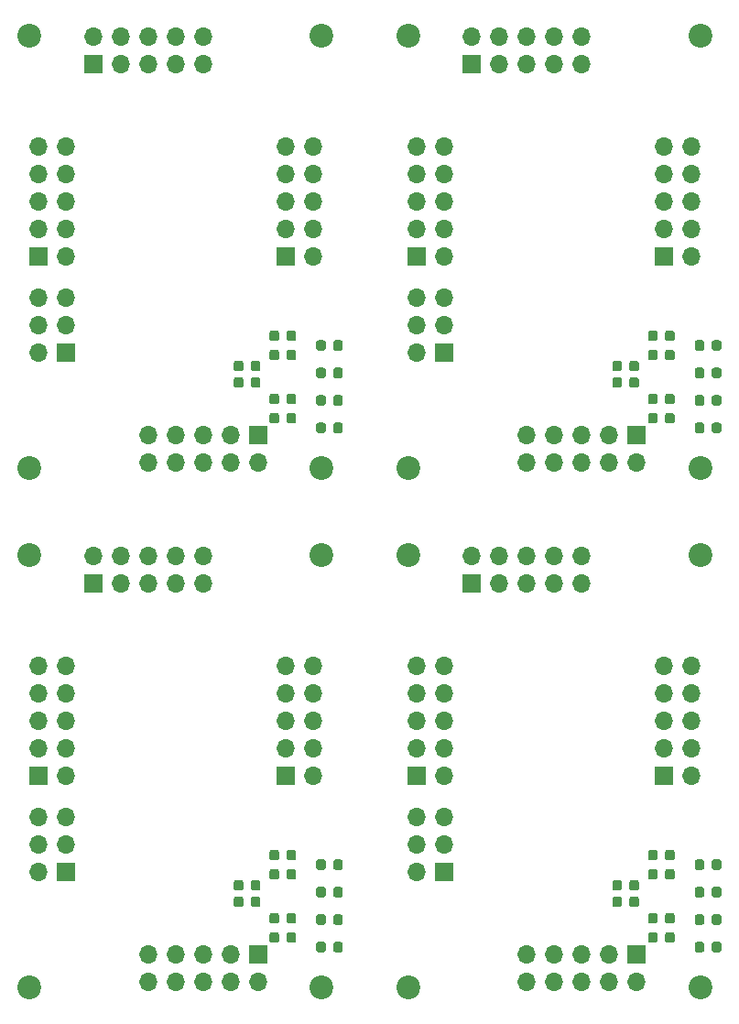
<source format=gbs>
%TF.GenerationSoftware,KiCad,Pcbnew,(5.1.5)-3*%
%TF.CreationDate,2020-07-19T12:12:02+02:00*%
%TF.ProjectId,REM-MH_4,52454d2d-4d48-45f3-942e-6b696361645f,V1.0*%
%TF.SameCoordinates,Original*%
%TF.FileFunction,Soldermask,Bot*%
%TF.FilePolarity,Negative*%
%FSLAX46Y46*%
G04 Gerber Fmt 4.6, Leading zero omitted, Abs format (unit mm)*
G04 Created by KiCad (PCBNEW (5.1.5)-3) date 2020-07-19 12:12:02*
%MOMM*%
%LPD*%
G04 APERTURE LIST*
%ADD10C,0.100000*%
%ADD11O,1.700000X1.700000*%
%ADD12R,1.700000X1.700000*%
%ADD13C,2.200000*%
G04 APERTURE END LIST*
D10*
G36*
X122443691Y-134040053D02*
G01*
X122464926Y-134043203D01*
X122485750Y-134048419D01*
X122505962Y-134055651D01*
X122525368Y-134064830D01*
X122543781Y-134075866D01*
X122561024Y-134088654D01*
X122576930Y-134103070D01*
X122591346Y-134118976D01*
X122604134Y-134136219D01*
X122615170Y-134154632D01*
X122624349Y-134174038D01*
X122631581Y-134194250D01*
X122636797Y-134215074D01*
X122639947Y-134236309D01*
X122641000Y-134257750D01*
X122641000Y-134770250D01*
X122639947Y-134791691D01*
X122636797Y-134812926D01*
X122631581Y-134833750D01*
X122624349Y-134853962D01*
X122615170Y-134873368D01*
X122604134Y-134891781D01*
X122591346Y-134909024D01*
X122576930Y-134924930D01*
X122561024Y-134939346D01*
X122543781Y-134952134D01*
X122525368Y-134963170D01*
X122505962Y-134972349D01*
X122485750Y-134979581D01*
X122464926Y-134984797D01*
X122443691Y-134987947D01*
X122422250Y-134989000D01*
X121984750Y-134989000D01*
X121963309Y-134987947D01*
X121942074Y-134984797D01*
X121921250Y-134979581D01*
X121901038Y-134972349D01*
X121881632Y-134963170D01*
X121863219Y-134952134D01*
X121845976Y-134939346D01*
X121830070Y-134924930D01*
X121815654Y-134909024D01*
X121802866Y-134891781D01*
X121791830Y-134873368D01*
X121782651Y-134853962D01*
X121775419Y-134833750D01*
X121770203Y-134812926D01*
X121767053Y-134791691D01*
X121766000Y-134770250D01*
X121766000Y-134257750D01*
X121767053Y-134236309D01*
X121770203Y-134215074D01*
X121775419Y-134194250D01*
X121782651Y-134174038D01*
X121791830Y-134154632D01*
X121802866Y-134136219D01*
X121815654Y-134118976D01*
X121830070Y-134103070D01*
X121845976Y-134088654D01*
X121863219Y-134075866D01*
X121881632Y-134064830D01*
X121901038Y-134055651D01*
X121921250Y-134048419D01*
X121942074Y-134043203D01*
X121963309Y-134040053D01*
X121984750Y-134039000D01*
X122422250Y-134039000D01*
X122443691Y-134040053D01*
G37*
G36*
X120868691Y-134040053D02*
G01*
X120889926Y-134043203D01*
X120910750Y-134048419D01*
X120930962Y-134055651D01*
X120950368Y-134064830D01*
X120968781Y-134075866D01*
X120986024Y-134088654D01*
X121001930Y-134103070D01*
X121016346Y-134118976D01*
X121029134Y-134136219D01*
X121040170Y-134154632D01*
X121049349Y-134174038D01*
X121056581Y-134194250D01*
X121061797Y-134215074D01*
X121064947Y-134236309D01*
X121066000Y-134257750D01*
X121066000Y-134770250D01*
X121064947Y-134791691D01*
X121061797Y-134812926D01*
X121056581Y-134833750D01*
X121049349Y-134853962D01*
X121040170Y-134873368D01*
X121029134Y-134891781D01*
X121016346Y-134909024D01*
X121001930Y-134924930D01*
X120986024Y-134939346D01*
X120968781Y-134952134D01*
X120950368Y-134963170D01*
X120930962Y-134972349D01*
X120910750Y-134979581D01*
X120889926Y-134984797D01*
X120868691Y-134987947D01*
X120847250Y-134989000D01*
X120409750Y-134989000D01*
X120388309Y-134987947D01*
X120367074Y-134984797D01*
X120346250Y-134979581D01*
X120326038Y-134972349D01*
X120306632Y-134963170D01*
X120288219Y-134952134D01*
X120270976Y-134939346D01*
X120255070Y-134924930D01*
X120240654Y-134909024D01*
X120227866Y-134891781D01*
X120216830Y-134873368D01*
X120207651Y-134853962D01*
X120200419Y-134833750D01*
X120195203Y-134812926D01*
X120192053Y-134791691D01*
X120191000Y-134770250D01*
X120191000Y-134257750D01*
X120192053Y-134236309D01*
X120195203Y-134215074D01*
X120200419Y-134194250D01*
X120207651Y-134174038D01*
X120216830Y-134154632D01*
X120227866Y-134136219D01*
X120240654Y-134118976D01*
X120255070Y-134103070D01*
X120270976Y-134088654D01*
X120288219Y-134075866D01*
X120306632Y-134064830D01*
X120326038Y-134055651D01*
X120346250Y-134048419D01*
X120367074Y-134043203D01*
X120388309Y-134040053D01*
X120409750Y-134039000D01*
X120847250Y-134039000D01*
X120868691Y-134040053D01*
G37*
G36*
X119141691Y-135056053D02*
G01*
X119162926Y-135059203D01*
X119183750Y-135064419D01*
X119203962Y-135071651D01*
X119223368Y-135080830D01*
X119241781Y-135091866D01*
X119259024Y-135104654D01*
X119274930Y-135119070D01*
X119289346Y-135134976D01*
X119302134Y-135152219D01*
X119313170Y-135170632D01*
X119322349Y-135190038D01*
X119329581Y-135210250D01*
X119334797Y-135231074D01*
X119337947Y-135252309D01*
X119339000Y-135273750D01*
X119339000Y-135786250D01*
X119337947Y-135807691D01*
X119334797Y-135828926D01*
X119329581Y-135849750D01*
X119322349Y-135869962D01*
X119313170Y-135889368D01*
X119302134Y-135907781D01*
X119289346Y-135925024D01*
X119274930Y-135940930D01*
X119259024Y-135955346D01*
X119241781Y-135968134D01*
X119223368Y-135979170D01*
X119203962Y-135988349D01*
X119183750Y-135995581D01*
X119162926Y-136000797D01*
X119141691Y-136003947D01*
X119120250Y-136005000D01*
X118682750Y-136005000D01*
X118661309Y-136003947D01*
X118640074Y-136000797D01*
X118619250Y-135995581D01*
X118599038Y-135988349D01*
X118579632Y-135979170D01*
X118561219Y-135968134D01*
X118543976Y-135955346D01*
X118528070Y-135940930D01*
X118513654Y-135925024D01*
X118500866Y-135907781D01*
X118489830Y-135889368D01*
X118480651Y-135869962D01*
X118473419Y-135849750D01*
X118468203Y-135828926D01*
X118465053Y-135807691D01*
X118464000Y-135786250D01*
X118464000Y-135273750D01*
X118465053Y-135252309D01*
X118468203Y-135231074D01*
X118473419Y-135210250D01*
X118480651Y-135190038D01*
X118489830Y-135170632D01*
X118500866Y-135152219D01*
X118513654Y-135134976D01*
X118528070Y-135119070D01*
X118543976Y-135104654D01*
X118561219Y-135091866D01*
X118579632Y-135080830D01*
X118599038Y-135071651D01*
X118619250Y-135064419D01*
X118640074Y-135059203D01*
X118661309Y-135056053D01*
X118682750Y-135055000D01*
X119120250Y-135055000D01*
X119141691Y-135056053D01*
G37*
G36*
X117566691Y-135056053D02*
G01*
X117587926Y-135059203D01*
X117608750Y-135064419D01*
X117628962Y-135071651D01*
X117648368Y-135080830D01*
X117666781Y-135091866D01*
X117684024Y-135104654D01*
X117699930Y-135119070D01*
X117714346Y-135134976D01*
X117727134Y-135152219D01*
X117738170Y-135170632D01*
X117747349Y-135190038D01*
X117754581Y-135210250D01*
X117759797Y-135231074D01*
X117762947Y-135252309D01*
X117764000Y-135273750D01*
X117764000Y-135786250D01*
X117762947Y-135807691D01*
X117759797Y-135828926D01*
X117754581Y-135849750D01*
X117747349Y-135869962D01*
X117738170Y-135889368D01*
X117727134Y-135907781D01*
X117714346Y-135925024D01*
X117699930Y-135940930D01*
X117684024Y-135955346D01*
X117666781Y-135968134D01*
X117648368Y-135979170D01*
X117628962Y-135988349D01*
X117608750Y-135995581D01*
X117587926Y-136000797D01*
X117566691Y-136003947D01*
X117545250Y-136005000D01*
X117107750Y-136005000D01*
X117086309Y-136003947D01*
X117065074Y-136000797D01*
X117044250Y-135995581D01*
X117024038Y-135988349D01*
X117004632Y-135979170D01*
X116986219Y-135968134D01*
X116968976Y-135955346D01*
X116953070Y-135940930D01*
X116938654Y-135925024D01*
X116925866Y-135907781D01*
X116914830Y-135889368D01*
X116905651Y-135869962D01*
X116898419Y-135849750D01*
X116893203Y-135828926D01*
X116890053Y-135807691D01*
X116889000Y-135786250D01*
X116889000Y-135273750D01*
X116890053Y-135252309D01*
X116893203Y-135231074D01*
X116898419Y-135210250D01*
X116905651Y-135190038D01*
X116914830Y-135170632D01*
X116925866Y-135152219D01*
X116938654Y-135134976D01*
X116953070Y-135119070D01*
X116968976Y-135104654D01*
X116986219Y-135091866D01*
X117004632Y-135080830D01*
X117024038Y-135071651D01*
X117044250Y-135064419D01*
X117065074Y-135059203D01*
X117086309Y-135056053D01*
X117107750Y-135055000D01*
X117545250Y-135055000D01*
X117566691Y-135056053D01*
G37*
D11*
X114050000Y-105050000D03*
X114050000Y-107590000D03*
X111510000Y-105050000D03*
X111510000Y-107590000D03*
X108970000Y-105050000D03*
X108970000Y-107590000D03*
X106430000Y-105050000D03*
X106430000Y-107590000D03*
X103890000Y-105050000D03*
D12*
X103890000Y-107590000D03*
D10*
G36*
X126761691Y-133151053D02*
G01*
X126782926Y-133154203D01*
X126803750Y-133159419D01*
X126823962Y-133166651D01*
X126843368Y-133175830D01*
X126861781Y-133186866D01*
X126879024Y-133199654D01*
X126894930Y-133214070D01*
X126909346Y-133229976D01*
X126922134Y-133247219D01*
X126933170Y-133265632D01*
X126942349Y-133285038D01*
X126949581Y-133305250D01*
X126954797Y-133326074D01*
X126957947Y-133347309D01*
X126959000Y-133368750D01*
X126959000Y-133881250D01*
X126957947Y-133902691D01*
X126954797Y-133923926D01*
X126949581Y-133944750D01*
X126942349Y-133964962D01*
X126933170Y-133984368D01*
X126922134Y-134002781D01*
X126909346Y-134020024D01*
X126894930Y-134035930D01*
X126879024Y-134050346D01*
X126861781Y-134063134D01*
X126843368Y-134074170D01*
X126823962Y-134083349D01*
X126803750Y-134090581D01*
X126782926Y-134095797D01*
X126761691Y-134098947D01*
X126740250Y-134100000D01*
X126302750Y-134100000D01*
X126281309Y-134098947D01*
X126260074Y-134095797D01*
X126239250Y-134090581D01*
X126219038Y-134083349D01*
X126199632Y-134074170D01*
X126181219Y-134063134D01*
X126163976Y-134050346D01*
X126148070Y-134035930D01*
X126133654Y-134020024D01*
X126120866Y-134002781D01*
X126109830Y-133984368D01*
X126100651Y-133964962D01*
X126093419Y-133944750D01*
X126088203Y-133923926D01*
X126085053Y-133902691D01*
X126084000Y-133881250D01*
X126084000Y-133368750D01*
X126085053Y-133347309D01*
X126088203Y-133326074D01*
X126093419Y-133305250D01*
X126100651Y-133285038D01*
X126109830Y-133265632D01*
X126120866Y-133247219D01*
X126133654Y-133229976D01*
X126148070Y-133214070D01*
X126163976Y-133199654D01*
X126181219Y-133186866D01*
X126199632Y-133175830D01*
X126219038Y-133166651D01*
X126239250Y-133159419D01*
X126260074Y-133154203D01*
X126281309Y-133151053D01*
X126302750Y-133150000D01*
X126740250Y-133150000D01*
X126761691Y-133151053D01*
G37*
G36*
X125186691Y-133151053D02*
G01*
X125207926Y-133154203D01*
X125228750Y-133159419D01*
X125248962Y-133166651D01*
X125268368Y-133175830D01*
X125286781Y-133186866D01*
X125304024Y-133199654D01*
X125319930Y-133214070D01*
X125334346Y-133229976D01*
X125347134Y-133247219D01*
X125358170Y-133265632D01*
X125367349Y-133285038D01*
X125374581Y-133305250D01*
X125379797Y-133326074D01*
X125382947Y-133347309D01*
X125384000Y-133368750D01*
X125384000Y-133881250D01*
X125382947Y-133902691D01*
X125379797Y-133923926D01*
X125374581Y-133944750D01*
X125367349Y-133964962D01*
X125358170Y-133984368D01*
X125347134Y-134002781D01*
X125334346Y-134020024D01*
X125319930Y-134035930D01*
X125304024Y-134050346D01*
X125286781Y-134063134D01*
X125268368Y-134074170D01*
X125248962Y-134083349D01*
X125228750Y-134090581D01*
X125207926Y-134095797D01*
X125186691Y-134098947D01*
X125165250Y-134100000D01*
X124727750Y-134100000D01*
X124706309Y-134098947D01*
X124685074Y-134095797D01*
X124664250Y-134090581D01*
X124644038Y-134083349D01*
X124624632Y-134074170D01*
X124606219Y-134063134D01*
X124588976Y-134050346D01*
X124573070Y-134035930D01*
X124558654Y-134020024D01*
X124545866Y-134002781D01*
X124534830Y-133984368D01*
X124525651Y-133964962D01*
X124518419Y-133944750D01*
X124513203Y-133923926D01*
X124510053Y-133902691D01*
X124509000Y-133881250D01*
X124509000Y-133368750D01*
X124510053Y-133347309D01*
X124513203Y-133326074D01*
X124518419Y-133305250D01*
X124525651Y-133285038D01*
X124534830Y-133265632D01*
X124545866Y-133247219D01*
X124558654Y-133229976D01*
X124573070Y-133214070D01*
X124588976Y-133199654D01*
X124606219Y-133186866D01*
X124624632Y-133175830D01*
X124644038Y-133166651D01*
X124664250Y-133159419D01*
X124685074Y-133154203D01*
X124706309Y-133151053D01*
X124727750Y-133150000D01*
X125165250Y-133150000D01*
X125186691Y-133151053D01*
G37*
D11*
X108970000Y-144420000D03*
X108970000Y-141880000D03*
X111510000Y-144420000D03*
X111510000Y-141880000D03*
X114050000Y-144420000D03*
X114050000Y-141880000D03*
X116590000Y-144420000D03*
X116590000Y-141880000D03*
X119130000Y-144420000D03*
D12*
X119130000Y-141880000D03*
D10*
G36*
X126761691Y-138231053D02*
G01*
X126782926Y-138234203D01*
X126803750Y-138239419D01*
X126823962Y-138246651D01*
X126843368Y-138255830D01*
X126861781Y-138266866D01*
X126879024Y-138279654D01*
X126894930Y-138294070D01*
X126909346Y-138309976D01*
X126922134Y-138327219D01*
X126933170Y-138345632D01*
X126942349Y-138365038D01*
X126949581Y-138385250D01*
X126954797Y-138406074D01*
X126957947Y-138427309D01*
X126959000Y-138448750D01*
X126959000Y-138961250D01*
X126957947Y-138982691D01*
X126954797Y-139003926D01*
X126949581Y-139024750D01*
X126942349Y-139044962D01*
X126933170Y-139064368D01*
X126922134Y-139082781D01*
X126909346Y-139100024D01*
X126894930Y-139115930D01*
X126879024Y-139130346D01*
X126861781Y-139143134D01*
X126843368Y-139154170D01*
X126823962Y-139163349D01*
X126803750Y-139170581D01*
X126782926Y-139175797D01*
X126761691Y-139178947D01*
X126740250Y-139180000D01*
X126302750Y-139180000D01*
X126281309Y-139178947D01*
X126260074Y-139175797D01*
X126239250Y-139170581D01*
X126219038Y-139163349D01*
X126199632Y-139154170D01*
X126181219Y-139143134D01*
X126163976Y-139130346D01*
X126148070Y-139115930D01*
X126133654Y-139100024D01*
X126120866Y-139082781D01*
X126109830Y-139064368D01*
X126100651Y-139044962D01*
X126093419Y-139024750D01*
X126088203Y-139003926D01*
X126085053Y-138982691D01*
X126084000Y-138961250D01*
X126084000Y-138448750D01*
X126085053Y-138427309D01*
X126088203Y-138406074D01*
X126093419Y-138385250D01*
X126100651Y-138365038D01*
X126109830Y-138345632D01*
X126120866Y-138327219D01*
X126133654Y-138309976D01*
X126148070Y-138294070D01*
X126163976Y-138279654D01*
X126181219Y-138266866D01*
X126199632Y-138255830D01*
X126219038Y-138246651D01*
X126239250Y-138239419D01*
X126260074Y-138234203D01*
X126281309Y-138231053D01*
X126302750Y-138230000D01*
X126740250Y-138230000D01*
X126761691Y-138231053D01*
G37*
G36*
X125186691Y-138231053D02*
G01*
X125207926Y-138234203D01*
X125228750Y-138239419D01*
X125248962Y-138246651D01*
X125268368Y-138255830D01*
X125286781Y-138266866D01*
X125304024Y-138279654D01*
X125319930Y-138294070D01*
X125334346Y-138309976D01*
X125347134Y-138327219D01*
X125358170Y-138345632D01*
X125367349Y-138365038D01*
X125374581Y-138385250D01*
X125379797Y-138406074D01*
X125382947Y-138427309D01*
X125384000Y-138448750D01*
X125384000Y-138961250D01*
X125382947Y-138982691D01*
X125379797Y-139003926D01*
X125374581Y-139024750D01*
X125367349Y-139044962D01*
X125358170Y-139064368D01*
X125347134Y-139082781D01*
X125334346Y-139100024D01*
X125319930Y-139115930D01*
X125304024Y-139130346D01*
X125286781Y-139143134D01*
X125268368Y-139154170D01*
X125248962Y-139163349D01*
X125228750Y-139170581D01*
X125207926Y-139175797D01*
X125186691Y-139178947D01*
X125165250Y-139180000D01*
X124727750Y-139180000D01*
X124706309Y-139178947D01*
X124685074Y-139175797D01*
X124664250Y-139170581D01*
X124644038Y-139163349D01*
X124624632Y-139154170D01*
X124606219Y-139143134D01*
X124588976Y-139130346D01*
X124573070Y-139115930D01*
X124558654Y-139100024D01*
X124545866Y-139082781D01*
X124534830Y-139064368D01*
X124525651Y-139044962D01*
X124518419Y-139024750D01*
X124513203Y-139003926D01*
X124510053Y-138982691D01*
X124509000Y-138961250D01*
X124509000Y-138448750D01*
X124510053Y-138427309D01*
X124513203Y-138406074D01*
X124518419Y-138385250D01*
X124525651Y-138365038D01*
X124534830Y-138345632D01*
X124545866Y-138327219D01*
X124558654Y-138309976D01*
X124573070Y-138294070D01*
X124588976Y-138279654D01*
X124606219Y-138266866D01*
X124624632Y-138255830D01*
X124644038Y-138246651D01*
X124664250Y-138239419D01*
X124685074Y-138234203D01*
X124706309Y-138231053D01*
X124727750Y-138230000D01*
X125165250Y-138230000D01*
X125186691Y-138231053D01*
G37*
G36*
X126761691Y-135691053D02*
G01*
X126782926Y-135694203D01*
X126803750Y-135699419D01*
X126823962Y-135706651D01*
X126843368Y-135715830D01*
X126861781Y-135726866D01*
X126879024Y-135739654D01*
X126894930Y-135754070D01*
X126909346Y-135769976D01*
X126922134Y-135787219D01*
X126933170Y-135805632D01*
X126942349Y-135825038D01*
X126949581Y-135845250D01*
X126954797Y-135866074D01*
X126957947Y-135887309D01*
X126959000Y-135908750D01*
X126959000Y-136421250D01*
X126957947Y-136442691D01*
X126954797Y-136463926D01*
X126949581Y-136484750D01*
X126942349Y-136504962D01*
X126933170Y-136524368D01*
X126922134Y-136542781D01*
X126909346Y-136560024D01*
X126894930Y-136575930D01*
X126879024Y-136590346D01*
X126861781Y-136603134D01*
X126843368Y-136614170D01*
X126823962Y-136623349D01*
X126803750Y-136630581D01*
X126782926Y-136635797D01*
X126761691Y-136638947D01*
X126740250Y-136640000D01*
X126302750Y-136640000D01*
X126281309Y-136638947D01*
X126260074Y-136635797D01*
X126239250Y-136630581D01*
X126219038Y-136623349D01*
X126199632Y-136614170D01*
X126181219Y-136603134D01*
X126163976Y-136590346D01*
X126148070Y-136575930D01*
X126133654Y-136560024D01*
X126120866Y-136542781D01*
X126109830Y-136524368D01*
X126100651Y-136504962D01*
X126093419Y-136484750D01*
X126088203Y-136463926D01*
X126085053Y-136442691D01*
X126084000Y-136421250D01*
X126084000Y-135908750D01*
X126085053Y-135887309D01*
X126088203Y-135866074D01*
X126093419Y-135845250D01*
X126100651Y-135825038D01*
X126109830Y-135805632D01*
X126120866Y-135787219D01*
X126133654Y-135769976D01*
X126148070Y-135754070D01*
X126163976Y-135739654D01*
X126181219Y-135726866D01*
X126199632Y-135715830D01*
X126219038Y-135706651D01*
X126239250Y-135699419D01*
X126260074Y-135694203D01*
X126281309Y-135691053D01*
X126302750Y-135690000D01*
X126740250Y-135690000D01*
X126761691Y-135691053D01*
G37*
G36*
X125186691Y-135691053D02*
G01*
X125207926Y-135694203D01*
X125228750Y-135699419D01*
X125248962Y-135706651D01*
X125268368Y-135715830D01*
X125286781Y-135726866D01*
X125304024Y-135739654D01*
X125319930Y-135754070D01*
X125334346Y-135769976D01*
X125347134Y-135787219D01*
X125358170Y-135805632D01*
X125367349Y-135825038D01*
X125374581Y-135845250D01*
X125379797Y-135866074D01*
X125382947Y-135887309D01*
X125384000Y-135908750D01*
X125384000Y-136421250D01*
X125382947Y-136442691D01*
X125379797Y-136463926D01*
X125374581Y-136484750D01*
X125367349Y-136504962D01*
X125358170Y-136524368D01*
X125347134Y-136542781D01*
X125334346Y-136560024D01*
X125319930Y-136575930D01*
X125304024Y-136590346D01*
X125286781Y-136603134D01*
X125268368Y-136614170D01*
X125248962Y-136623349D01*
X125228750Y-136630581D01*
X125207926Y-136635797D01*
X125186691Y-136638947D01*
X125165250Y-136640000D01*
X124727750Y-136640000D01*
X124706309Y-136638947D01*
X124685074Y-136635797D01*
X124664250Y-136630581D01*
X124644038Y-136623349D01*
X124624632Y-136614170D01*
X124606219Y-136603134D01*
X124588976Y-136590346D01*
X124573070Y-136575930D01*
X124558654Y-136560024D01*
X124545866Y-136542781D01*
X124534830Y-136524368D01*
X124525651Y-136504962D01*
X124518419Y-136484750D01*
X124513203Y-136463926D01*
X124510053Y-136442691D01*
X124509000Y-136421250D01*
X124509000Y-135908750D01*
X124510053Y-135887309D01*
X124513203Y-135866074D01*
X124518419Y-135845250D01*
X124525651Y-135825038D01*
X124534830Y-135805632D01*
X124545866Y-135787219D01*
X124558654Y-135769976D01*
X124573070Y-135754070D01*
X124588976Y-135739654D01*
X124606219Y-135726866D01*
X124624632Y-135715830D01*
X124644038Y-135706651D01*
X124664250Y-135699419D01*
X124685074Y-135694203D01*
X124706309Y-135691053D01*
X124727750Y-135690000D01*
X125165250Y-135690000D01*
X125186691Y-135691053D01*
G37*
G36*
X122443691Y-132262053D02*
G01*
X122464926Y-132265203D01*
X122485750Y-132270419D01*
X122505962Y-132277651D01*
X122525368Y-132286830D01*
X122543781Y-132297866D01*
X122561024Y-132310654D01*
X122576930Y-132325070D01*
X122591346Y-132340976D01*
X122604134Y-132358219D01*
X122615170Y-132376632D01*
X122624349Y-132396038D01*
X122631581Y-132416250D01*
X122636797Y-132437074D01*
X122639947Y-132458309D01*
X122641000Y-132479750D01*
X122641000Y-132992250D01*
X122639947Y-133013691D01*
X122636797Y-133034926D01*
X122631581Y-133055750D01*
X122624349Y-133075962D01*
X122615170Y-133095368D01*
X122604134Y-133113781D01*
X122591346Y-133131024D01*
X122576930Y-133146930D01*
X122561024Y-133161346D01*
X122543781Y-133174134D01*
X122525368Y-133185170D01*
X122505962Y-133194349D01*
X122485750Y-133201581D01*
X122464926Y-133206797D01*
X122443691Y-133209947D01*
X122422250Y-133211000D01*
X121984750Y-133211000D01*
X121963309Y-133209947D01*
X121942074Y-133206797D01*
X121921250Y-133201581D01*
X121901038Y-133194349D01*
X121881632Y-133185170D01*
X121863219Y-133174134D01*
X121845976Y-133161346D01*
X121830070Y-133146930D01*
X121815654Y-133131024D01*
X121802866Y-133113781D01*
X121791830Y-133095368D01*
X121782651Y-133075962D01*
X121775419Y-133055750D01*
X121770203Y-133034926D01*
X121767053Y-133013691D01*
X121766000Y-132992250D01*
X121766000Y-132479750D01*
X121767053Y-132458309D01*
X121770203Y-132437074D01*
X121775419Y-132416250D01*
X121782651Y-132396038D01*
X121791830Y-132376632D01*
X121802866Y-132358219D01*
X121815654Y-132340976D01*
X121830070Y-132325070D01*
X121845976Y-132310654D01*
X121863219Y-132297866D01*
X121881632Y-132286830D01*
X121901038Y-132277651D01*
X121921250Y-132270419D01*
X121942074Y-132265203D01*
X121963309Y-132262053D01*
X121984750Y-132261000D01*
X122422250Y-132261000D01*
X122443691Y-132262053D01*
G37*
G36*
X120868691Y-132262053D02*
G01*
X120889926Y-132265203D01*
X120910750Y-132270419D01*
X120930962Y-132277651D01*
X120950368Y-132286830D01*
X120968781Y-132297866D01*
X120986024Y-132310654D01*
X121001930Y-132325070D01*
X121016346Y-132340976D01*
X121029134Y-132358219D01*
X121040170Y-132376632D01*
X121049349Y-132396038D01*
X121056581Y-132416250D01*
X121061797Y-132437074D01*
X121064947Y-132458309D01*
X121066000Y-132479750D01*
X121066000Y-132992250D01*
X121064947Y-133013691D01*
X121061797Y-133034926D01*
X121056581Y-133055750D01*
X121049349Y-133075962D01*
X121040170Y-133095368D01*
X121029134Y-133113781D01*
X121016346Y-133131024D01*
X121001930Y-133146930D01*
X120986024Y-133161346D01*
X120968781Y-133174134D01*
X120950368Y-133185170D01*
X120930962Y-133194349D01*
X120910750Y-133201581D01*
X120889926Y-133206797D01*
X120868691Y-133209947D01*
X120847250Y-133211000D01*
X120409750Y-133211000D01*
X120388309Y-133209947D01*
X120367074Y-133206797D01*
X120346250Y-133201581D01*
X120326038Y-133194349D01*
X120306632Y-133185170D01*
X120288219Y-133174134D01*
X120270976Y-133161346D01*
X120255070Y-133146930D01*
X120240654Y-133131024D01*
X120227866Y-133113781D01*
X120216830Y-133095368D01*
X120207651Y-133075962D01*
X120200419Y-133055750D01*
X120195203Y-133034926D01*
X120192053Y-133013691D01*
X120191000Y-132992250D01*
X120191000Y-132479750D01*
X120192053Y-132458309D01*
X120195203Y-132437074D01*
X120200419Y-132416250D01*
X120207651Y-132396038D01*
X120216830Y-132376632D01*
X120227866Y-132358219D01*
X120240654Y-132340976D01*
X120255070Y-132325070D01*
X120270976Y-132310654D01*
X120288219Y-132297866D01*
X120306632Y-132286830D01*
X120326038Y-132277651D01*
X120346250Y-132270419D01*
X120367074Y-132265203D01*
X120388309Y-132262053D01*
X120409750Y-132261000D01*
X120847250Y-132261000D01*
X120868691Y-132262053D01*
G37*
D11*
X98810000Y-129180000D03*
X101350000Y-129180000D03*
X98810000Y-131720000D03*
X101350000Y-131720000D03*
X98810000Y-134260000D03*
D12*
X101350000Y-134260000D03*
D10*
G36*
X122443691Y-138104053D02*
G01*
X122464926Y-138107203D01*
X122485750Y-138112419D01*
X122505962Y-138119651D01*
X122525368Y-138128830D01*
X122543781Y-138139866D01*
X122561024Y-138152654D01*
X122576930Y-138167070D01*
X122591346Y-138182976D01*
X122604134Y-138200219D01*
X122615170Y-138218632D01*
X122624349Y-138238038D01*
X122631581Y-138258250D01*
X122636797Y-138279074D01*
X122639947Y-138300309D01*
X122641000Y-138321750D01*
X122641000Y-138834250D01*
X122639947Y-138855691D01*
X122636797Y-138876926D01*
X122631581Y-138897750D01*
X122624349Y-138917962D01*
X122615170Y-138937368D01*
X122604134Y-138955781D01*
X122591346Y-138973024D01*
X122576930Y-138988930D01*
X122561024Y-139003346D01*
X122543781Y-139016134D01*
X122525368Y-139027170D01*
X122505962Y-139036349D01*
X122485750Y-139043581D01*
X122464926Y-139048797D01*
X122443691Y-139051947D01*
X122422250Y-139053000D01*
X121984750Y-139053000D01*
X121963309Y-139051947D01*
X121942074Y-139048797D01*
X121921250Y-139043581D01*
X121901038Y-139036349D01*
X121881632Y-139027170D01*
X121863219Y-139016134D01*
X121845976Y-139003346D01*
X121830070Y-138988930D01*
X121815654Y-138973024D01*
X121802866Y-138955781D01*
X121791830Y-138937368D01*
X121782651Y-138917962D01*
X121775419Y-138897750D01*
X121770203Y-138876926D01*
X121767053Y-138855691D01*
X121766000Y-138834250D01*
X121766000Y-138321750D01*
X121767053Y-138300309D01*
X121770203Y-138279074D01*
X121775419Y-138258250D01*
X121782651Y-138238038D01*
X121791830Y-138218632D01*
X121802866Y-138200219D01*
X121815654Y-138182976D01*
X121830070Y-138167070D01*
X121845976Y-138152654D01*
X121863219Y-138139866D01*
X121881632Y-138128830D01*
X121901038Y-138119651D01*
X121921250Y-138112419D01*
X121942074Y-138107203D01*
X121963309Y-138104053D01*
X121984750Y-138103000D01*
X122422250Y-138103000D01*
X122443691Y-138104053D01*
G37*
G36*
X120868691Y-138104053D02*
G01*
X120889926Y-138107203D01*
X120910750Y-138112419D01*
X120930962Y-138119651D01*
X120950368Y-138128830D01*
X120968781Y-138139866D01*
X120986024Y-138152654D01*
X121001930Y-138167070D01*
X121016346Y-138182976D01*
X121029134Y-138200219D01*
X121040170Y-138218632D01*
X121049349Y-138238038D01*
X121056581Y-138258250D01*
X121061797Y-138279074D01*
X121064947Y-138300309D01*
X121066000Y-138321750D01*
X121066000Y-138834250D01*
X121064947Y-138855691D01*
X121061797Y-138876926D01*
X121056581Y-138897750D01*
X121049349Y-138917962D01*
X121040170Y-138937368D01*
X121029134Y-138955781D01*
X121016346Y-138973024D01*
X121001930Y-138988930D01*
X120986024Y-139003346D01*
X120968781Y-139016134D01*
X120950368Y-139027170D01*
X120930962Y-139036349D01*
X120910750Y-139043581D01*
X120889926Y-139048797D01*
X120868691Y-139051947D01*
X120847250Y-139053000D01*
X120409750Y-139053000D01*
X120388309Y-139051947D01*
X120367074Y-139048797D01*
X120346250Y-139043581D01*
X120326038Y-139036349D01*
X120306632Y-139027170D01*
X120288219Y-139016134D01*
X120270976Y-139003346D01*
X120255070Y-138988930D01*
X120240654Y-138973024D01*
X120227866Y-138955781D01*
X120216830Y-138937368D01*
X120207651Y-138917962D01*
X120200419Y-138897750D01*
X120195203Y-138876926D01*
X120192053Y-138855691D01*
X120191000Y-138834250D01*
X120191000Y-138321750D01*
X120192053Y-138300309D01*
X120195203Y-138279074D01*
X120200419Y-138258250D01*
X120207651Y-138238038D01*
X120216830Y-138218632D01*
X120227866Y-138200219D01*
X120240654Y-138182976D01*
X120255070Y-138167070D01*
X120270976Y-138152654D01*
X120288219Y-138139866D01*
X120306632Y-138128830D01*
X120326038Y-138119651D01*
X120346250Y-138112419D01*
X120367074Y-138107203D01*
X120388309Y-138104053D01*
X120409750Y-138103000D01*
X120847250Y-138103000D01*
X120868691Y-138104053D01*
G37*
G36*
X119141691Y-136580053D02*
G01*
X119162926Y-136583203D01*
X119183750Y-136588419D01*
X119203962Y-136595651D01*
X119223368Y-136604830D01*
X119241781Y-136615866D01*
X119259024Y-136628654D01*
X119274930Y-136643070D01*
X119289346Y-136658976D01*
X119302134Y-136676219D01*
X119313170Y-136694632D01*
X119322349Y-136714038D01*
X119329581Y-136734250D01*
X119334797Y-136755074D01*
X119337947Y-136776309D01*
X119339000Y-136797750D01*
X119339000Y-137310250D01*
X119337947Y-137331691D01*
X119334797Y-137352926D01*
X119329581Y-137373750D01*
X119322349Y-137393962D01*
X119313170Y-137413368D01*
X119302134Y-137431781D01*
X119289346Y-137449024D01*
X119274930Y-137464930D01*
X119259024Y-137479346D01*
X119241781Y-137492134D01*
X119223368Y-137503170D01*
X119203962Y-137512349D01*
X119183750Y-137519581D01*
X119162926Y-137524797D01*
X119141691Y-137527947D01*
X119120250Y-137529000D01*
X118682750Y-137529000D01*
X118661309Y-137527947D01*
X118640074Y-137524797D01*
X118619250Y-137519581D01*
X118599038Y-137512349D01*
X118579632Y-137503170D01*
X118561219Y-137492134D01*
X118543976Y-137479346D01*
X118528070Y-137464930D01*
X118513654Y-137449024D01*
X118500866Y-137431781D01*
X118489830Y-137413368D01*
X118480651Y-137393962D01*
X118473419Y-137373750D01*
X118468203Y-137352926D01*
X118465053Y-137331691D01*
X118464000Y-137310250D01*
X118464000Y-136797750D01*
X118465053Y-136776309D01*
X118468203Y-136755074D01*
X118473419Y-136734250D01*
X118480651Y-136714038D01*
X118489830Y-136694632D01*
X118500866Y-136676219D01*
X118513654Y-136658976D01*
X118528070Y-136643070D01*
X118543976Y-136628654D01*
X118561219Y-136615866D01*
X118579632Y-136604830D01*
X118599038Y-136595651D01*
X118619250Y-136588419D01*
X118640074Y-136583203D01*
X118661309Y-136580053D01*
X118682750Y-136579000D01*
X119120250Y-136579000D01*
X119141691Y-136580053D01*
G37*
G36*
X117566691Y-136580053D02*
G01*
X117587926Y-136583203D01*
X117608750Y-136588419D01*
X117628962Y-136595651D01*
X117648368Y-136604830D01*
X117666781Y-136615866D01*
X117684024Y-136628654D01*
X117699930Y-136643070D01*
X117714346Y-136658976D01*
X117727134Y-136676219D01*
X117738170Y-136694632D01*
X117747349Y-136714038D01*
X117754581Y-136734250D01*
X117759797Y-136755074D01*
X117762947Y-136776309D01*
X117764000Y-136797750D01*
X117764000Y-137310250D01*
X117762947Y-137331691D01*
X117759797Y-137352926D01*
X117754581Y-137373750D01*
X117747349Y-137393962D01*
X117738170Y-137413368D01*
X117727134Y-137431781D01*
X117714346Y-137449024D01*
X117699930Y-137464930D01*
X117684024Y-137479346D01*
X117666781Y-137492134D01*
X117648368Y-137503170D01*
X117628962Y-137512349D01*
X117608750Y-137519581D01*
X117587926Y-137524797D01*
X117566691Y-137527947D01*
X117545250Y-137529000D01*
X117107750Y-137529000D01*
X117086309Y-137527947D01*
X117065074Y-137524797D01*
X117044250Y-137519581D01*
X117024038Y-137512349D01*
X117004632Y-137503170D01*
X116986219Y-137492134D01*
X116968976Y-137479346D01*
X116953070Y-137464930D01*
X116938654Y-137449024D01*
X116925866Y-137431781D01*
X116914830Y-137413368D01*
X116905651Y-137393962D01*
X116898419Y-137373750D01*
X116893203Y-137352926D01*
X116890053Y-137331691D01*
X116889000Y-137310250D01*
X116889000Y-136797750D01*
X116890053Y-136776309D01*
X116893203Y-136755074D01*
X116898419Y-136734250D01*
X116905651Y-136714038D01*
X116914830Y-136694632D01*
X116925866Y-136676219D01*
X116938654Y-136658976D01*
X116953070Y-136643070D01*
X116968976Y-136628654D01*
X116986219Y-136615866D01*
X117004632Y-136604830D01*
X117024038Y-136595651D01*
X117044250Y-136588419D01*
X117065074Y-136583203D01*
X117086309Y-136580053D01*
X117107750Y-136579000D01*
X117545250Y-136579000D01*
X117566691Y-136580053D01*
G37*
G36*
X126761691Y-140771053D02*
G01*
X126782926Y-140774203D01*
X126803750Y-140779419D01*
X126823962Y-140786651D01*
X126843368Y-140795830D01*
X126861781Y-140806866D01*
X126879024Y-140819654D01*
X126894930Y-140834070D01*
X126909346Y-140849976D01*
X126922134Y-140867219D01*
X126933170Y-140885632D01*
X126942349Y-140905038D01*
X126949581Y-140925250D01*
X126954797Y-140946074D01*
X126957947Y-140967309D01*
X126959000Y-140988750D01*
X126959000Y-141501250D01*
X126957947Y-141522691D01*
X126954797Y-141543926D01*
X126949581Y-141564750D01*
X126942349Y-141584962D01*
X126933170Y-141604368D01*
X126922134Y-141622781D01*
X126909346Y-141640024D01*
X126894930Y-141655930D01*
X126879024Y-141670346D01*
X126861781Y-141683134D01*
X126843368Y-141694170D01*
X126823962Y-141703349D01*
X126803750Y-141710581D01*
X126782926Y-141715797D01*
X126761691Y-141718947D01*
X126740250Y-141720000D01*
X126302750Y-141720000D01*
X126281309Y-141718947D01*
X126260074Y-141715797D01*
X126239250Y-141710581D01*
X126219038Y-141703349D01*
X126199632Y-141694170D01*
X126181219Y-141683134D01*
X126163976Y-141670346D01*
X126148070Y-141655930D01*
X126133654Y-141640024D01*
X126120866Y-141622781D01*
X126109830Y-141604368D01*
X126100651Y-141584962D01*
X126093419Y-141564750D01*
X126088203Y-141543926D01*
X126085053Y-141522691D01*
X126084000Y-141501250D01*
X126084000Y-140988750D01*
X126085053Y-140967309D01*
X126088203Y-140946074D01*
X126093419Y-140925250D01*
X126100651Y-140905038D01*
X126109830Y-140885632D01*
X126120866Y-140867219D01*
X126133654Y-140849976D01*
X126148070Y-140834070D01*
X126163976Y-140819654D01*
X126181219Y-140806866D01*
X126199632Y-140795830D01*
X126219038Y-140786651D01*
X126239250Y-140779419D01*
X126260074Y-140774203D01*
X126281309Y-140771053D01*
X126302750Y-140770000D01*
X126740250Y-140770000D01*
X126761691Y-140771053D01*
G37*
G36*
X125186691Y-140771053D02*
G01*
X125207926Y-140774203D01*
X125228750Y-140779419D01*
X125248962Y-140786651D01*
X125268368Y-140795830D01*
X125286781Y-140806866D01*
X125304024Y-140819654D01*
X125319930Y-140834070D01*
X125334346Y-140849976D01*
X125347134Y-140867219D01*
X125358170Y-140885632D01*
X125367349Y-140905038D01*
X125374581Y-140925250D01*
X125379797Y-140946074D01*
X125382947Y-140967309D01*
X125384000Y-140988750D01*
X125384000Y-141501250D01*
X125382947Y-141522691D01*
X125379797Y-141543926D01*
X125374581Y-141564750D01*
X125367349Y-141584962D01*
X125358170Y-141604368D01*
X125347134Y-141622781D01*
X125334346Y-141640024D01*
X125319930Y-141655930D01*
X125304024Y-141670346D01*
X125286781Y-141683134D01*
X125268368Y-141694170D01*
X125248962Y-141703349D01*
X125228750Y-141710581D01*
X125207926Y-141715797D01*
X125186691Y-141718947D01*
X125165250Y-141720000D01*
X124727750Y-141720000D01*
X124706309Y-141718947D01*
X124685074Y-141715797D01*
X124664250Y-141710581D01*
X124644038Y-141703349D01*
X124624632Y-141694170D01*
X124606219Y-141683134D01*
X124588976Y-141670346D01*
X124573070Y-141655930D01*
X124558654Y-141640024D01*
X124545866Y-141622781D01*
X124534830Y-141604368D01*
X124525651Y-141584962D01*
X124518419Y-141564750D01*
X124513203Y-141543926D01*
X124510053Y-141522691D01*
X124509000Y-141501250D01*
X124509000Y-140988750D01*
X124510053Y-140967309D01*
X124513203Y-140946074D01*
X124518419Y-140925250D01*
X124525651Y-140905038D01*
X124534830Y-140885632D01*
X124545866Y-140867219D01*
X124558654Y-140849976D01*
X124573070Y-140834070D01*
X124588976Y-140819654D01*
X124606219Y-140806866D01*
X124624632Y-140795830D01*
X124644038Y-140786651D01*
X124664250Y-140779419D01*
X124685074Y-140774203D01*
X124706309Y-140771053D01*
X124727750Y-140770000D01*
X125165250Y-140770000D01*
X125186691Y-140771053D01*
G37*
G36*
X122443691Y-139882053D02*
G01*
X122464926Y-139885203D01*
X122485750Y-139890419D01*
X122505962Y-139897651D01*
X122525368Y-139906830D01*
X122543781Y-139917866D01*
X122561024Y-139930654D01*
X122576930Y-139945070D01*
X122591346Y-139960976D01*
X122604134Y-139978219D01*
X122615170Y-139996632D01*
X122624349Y-140016038D01*
X122631581Y-140036250D01*
X122636797Y-140057074D01*
X122639947Y-140078309D01*
X122641000Y-140099750D01*
X122641000Y-140612250D01*
X122639947Y-140633691D01*
X122636797Y-140654926D01*
X122631581Y-140675750D01*
X122624349Y-140695962D01*
X122615170Y-140715368D01*
X122604134Y-140733781D01*
X122591346Y-140751024D01*
X122576930Y-140766930D01*
X122561024Y-140781346D01*
X122543781Y-140794134D01*
X122525368Y-140805170D01*
X122505962Y-140814349D01*
X122485750Y-140821581D01*
X122464926Y-140826797D01*
X122443691Y-140829947D01*
X122422250Y-140831000D01*
X121984750Y-140831000D01*
X121963309Y-140829947D01*
X121942074Y-140826797D01*
X121921250Y-140821581D01*
X121901038Y-140814349D01*
X121881632Y-140805170D01*
X121863219Y-140794134D01*
X121845976Y-140781346D01*
X121830070Y-140766930D01*
X121815654Y-140751024D01*
X121802866Y-140733781D01*
X121791830Y-140715368D01*
X121782651Y-140695962D01*
X121775419Y-140675750D01*
X121770203Y-140654926D01*
X121767053Y-140633691D01*
X121766000Y-140612250D01*
X121766000Y-140099750D01*
X121767053Y-140078309D01*
X121770203Y-140057074D01*
X121775419Y-140036250D01*
X121782651Y-140016038D01*
X121791830Y-139996632D01*
X121802866Y-139978219D01*
X121815654Y-139960976D01*
X121830070Y-139945070D01*
X121845976Y-139930654D01*
X121863219Y-139917866D01*
X121881632Y-139906830D01*
X121901038Y-139897651D01*
X121921250Y-139890419D01*
X121942074Y-139885203D01*
X121963309Y-139882053D01*
X121984750Y-139881000D01*
X122422250Y-139881000D01*
X122443691Y-139882053D01*
G37*
G36*
X120868691Y-139882053D02*
G01*
X120889926Y-139885203D01*
X120910750Y-139890419D01*
X120930962Y-139897651D01*
X120950368Y-139906830D01*
X120968781Y-139917866D01*
X120986024Y-139930654D01*
X121001930Y-139945070D01*
X121016346Y-139960976D01*
X121029134Y-139978219D01*
X121040170Y-139996632D01*
X121049349Y-140016038D01*
X121056581Y-140036250D01*
X121061797Y-140057074D01*
X121064947Y-140078309D01*
X121066000Y-140099750D01*
X121066000Y-140612250D01*
X121064947Y-140633691D01*
X121061797Y-140654926D01*
X121056581Y-140675750D01*
X121049349Y-140695962D01*
X121040170Y-140715368D01*
X121029134Y-140733781D01*
X121016346Y-140751024D01*
X121001930Y-140766930D01*
X120986024Y-140781346D01*
X120968781Y-140794134D01*
X120950368Y-140805170D01*
X120930962Y-140814349D01*
X120910750Y-140821581D01*
X120889926Y-140826797D01*
X120868691Y-140829947D01*
X120847250Y-140831000D01*
X120409750Y-140831000D01*
X120388309Y-140829947D01*
X120367074Y-140826797D01*
X120346250Y-140821581D01*
X120326038Y-140814349D01*
X120306632Y-140805170D01*
X120288219Y-140794134D01*
X120270976Y-140781346D01*
X120255070Y-140766930D01*
X120240654Y-140751024D01*
X120227866Y-140733781D01*
X120216830Y-140715368D01*
X120207651Y-140695962D01*
X120200419Y-140675750D01*
X120195203Y-140654926D01*
X120192053Y-140633691D01*
X120191000Y-140612250D01*
X120191000Y-140099750D01*
X120192053Y-140078309D01*
X120195203Y-140057074D01*
X120200419Y-140036250D01*
X120207651Y-140016038D01*
X120216830Y-139996632D01*
X120227866Y-139978219D01*
X120240654Y-139960976D01*
X120255070Y-139945070D01*
X120270976Y-139930654D01*
X120288219Y-139917866D01*
X120306632Y-139906830D01*
X120326038Y-139897651D01*
X120346250Y-139890419D01*
X120367074Y-139885203D01*
X120388309Y-139882053D01*
X120409750Y-139881000D01*
X120847250Y-139881000D01*
X120868691Y-139882053D01*
G37*
D11*
X124210000Y-115210000D03*
X121670000Y-115210000D03*
X124210000Y-117750000D03*
X121670000Y-117750000D03*
X124210000Y-120290000D03*
X121670000Y-120290000D03*
X124210000Y-122830000D03*
X121670000Y-122830000D03*
X124210000Y-125370000D03*
D12*
X121670000Y-125370000D03*
D11*
X101350000Y-115210000D03*
X98810000Y-115210000D03*
X101350000Y-117750000D03*
X98810000Y-117750000D03*
X101350000Y-120290000D03*
X98810000Y-120290000D03*
X101350000Y-122830000D03*
X98810000Y-122830000D03*
X101350000Y-125370000D03*
D12*
X98810000Y-125370000D03*
D13*
X125000000Y-145000000D03*
X125000000Y-105000000D03*
X98000000Y-145000000D03*
X98000000Y-105000000D03*
D10*
G36*
X82566691Y-135056053D02*
G01*
X82587926Y-135059203D01*
X82608750Y-135064419D01*
X82628962Y-135071651D01*
X82648368Y-135080830D01*
X82666781Y-135091866D01*
X82684024Y-135104654D01*
X82699930Y-135119070D01*
X82714346Y-135134976D01*
X82727134Y-135152219D01*
X82738170Y-135170632D01*
X82747349Y-135190038D01*
X82754581Y-135210250D01*
X82759797Y-135231074D01*
X82762947Y-135252309D01*
X82764000Y-135273750D01*
X82764000Y-135786250D01*
X82762947Y-135807691D01*
X82759797Y-135828926D01*
X82754581Y-135849750D01*
X82747349Y-135869962D01*
X82738170Y-135889368D01*
X82727134Y-135907781D01*
X82714346Y-135925024D01*
X82699930Y-135940930D01*
X82684024Y-135955346D01*
X82666781Y-135968134D01*
X82648368Y-135979170D01*
X82628962Y-135988349D01*
X82608750Y-135995581D01*
X82587926Y-136000797D01*
X82566691Y-136003947D01*
X82545250Y-136005000D01*
X82107750Y-136005000D01*
X82086309Y-136003947D01*
X82065074Y-136000797D01*
X82044250Y-135995581D01*
X82024038Y-135988349D01*
X82004632Y-135979170D01*
X81986219Y-135968134D01*
X81968976Y-135955346D01*
X81953070Y-135940930D01*
X81938654Y-135925024D01*
X81925866Y-135907781D01*
X81914830Y-135889368D01*
X81905651Y-135869962D01*
X81898419Y-135849750D01*
X81893203Y-135828926D01*
X81890053Y-135807691D01*
X81889000Y-135786250D01*
X81889000Y-135273750D01*
X81890053Y-135252309D01*
X81893203Y-135231074D01*
X81898419Y-135210250D01*
X81905651Y-135190038D01*
X81914830Y-135170632D01*
X81925866Y-135152219D01*
X81938654Y-135134976D01*
X81953070Y-135119070D01*
X81968976Y-135104654D01*
X81986219Y-135091866D01*
X82004632Y-135080830D01*
X82024038Y-135071651D01*
X82044250Y-135064419D01*
X82065074Y-135059203D01*
X82086309Y-135056053D01*
X82107750Y-135055000D01*
X82545250Y-135055000D01*
X82566691Y-135056053D01*
G37*
G36*
X84141691Y-135056053D02*
G01*
X84162926Y-135059203D01*
X84183750Y-135064419D01*
X84203962Y-135071651D01*
X84223368Y-135080830D01*
X84241781Y-135091866D01*
X84259024Y-135104654D01*
X84274930Y-135119070D01*
X84289346Y-135134976D01*
X84302134Y-135152219D01*
X84313170Y-135170632D01*
X84322349Y-135190038D01*
X84329581Y-135210250D01*
X84334797Y-135231074D01*
X84337947Y-135252309D01*
X84339000Y-135273750D01*
X84339000Y-135786250D01*
X84337947Y-135807691D01*
X84334797Y-135828926D01*
X84329581Y-135849750D01*
X84322349Y-135869962D01*
X84313170Y-135889368D01*
X84302134Y-135907781D01*
X84289346Y-135925024D01*
X84274930Y-135940930D01*
X84259024Y-135955346D01*
X84241781Y-135968134D01*
X84223368Y-135979170D01*
X84203962Y-135988349D01*
X84183750Y-135995581D01*
X84162926Y-136000797D01*
X84141691Y-136003947D01*
X84120250Y-136005000D01*
X83682750Y-136005000D01*
X83661309Y-136003947D01*
X83640074Y-136000797D01*
X83619250Y-135995581D01*
X83599038Y-135988349D01*
X83579632Y-135979170D01*
X83561219Y-135968134D01*
X83543976Y-135955346D01*
X83528070Y-135940930D01*
X83513654Y-135925024D01*
X83500866Y-135907781D01*
X83489830Y-135889368D01*
X83480651Y-135869962D01*
X83473419Y-135849750D01*
X83468203Y-135828926D01*
X83465053Y-135807691D01*
X83464000Y-135786250D01*
X83464000Y-135273750D01*
X83465053Y-135252309D01*
X83468203Y-135231074D01*
X83473419Y-135210250D01*
X83480651Y-135190038D01*
X83489830Y-135170632D01*
X83500866Y-135152219D01*
X83513654Y-135134976D01*
X83528070Y-135119070D01*
X83543976Y-135104654D01*
X83561219Y-135091866D01*
X83579632Y-135080830D01*
X83599038Y-135071651D01*
X83619250Y-135064419D01*
X83640074Y-135059203D01*
X83661309Y-135056053D01*
X83682750Y-135055000D01*
X84120250Y-135055000D01*
X84141691Y-135056053D01*
G37*
G36*
X85868691Y-134040053D02*
G01*
X85889926Y-134043203D01*
X85910750Y-134048419D01*
X85930962Y-134055651D01*
X85950368Y-134064830D01*
X85968781Y-134075866D01*
X85986024Y-134088654D01*
X86001930Y-134103070D01*
X86016346Y-134118976D01*
X86029134Y-134136219D01*
X86040170Y-134154632D01*
X86049349Y-134174038D01*
X86056581Y-134194250D01*
X86061797Y-134215074D01*
X86064947Y-134236309D01*
X86066000Y-134257750D01*
X86066000Y-134770250D01*
X86064947Y-134791691D01*
X86061797Y-134812926D01*
X86056581Y-134833750D01*
X86049349Y-134853962D01*
X86040170Y-134873368D01*
X86029134Y-134891781D01*
X86016346Y-134909024D01*
X86001930Y-134924930D01*
X85986024Y-134939346D01*
X85968781Y-134952134D01*
X85950368Y-134963170D01*
X85930962Y-134972349D01*
X85910750Y-134979581D01*
X85889926Y-134984797D01*
X85868691Y-134987947D01*
X85847250Y-134989000D01*
X85409750Y-134989000D01*
X85388309Y-134987947D01*
X85367074Y-134984797D01*
X85346250Y-134979581D01*
X85326038Y-134972349D01*
X85306632Y-134963170D01*
X85288219Y-134952134D01*
X85270976Y-134939346D01*
X85255070Y-134924930D01*
X85240654Y-134909024D01*
X85227866Y-134891781D01*
X85216830Y-134873368D01*
X85207651Y-134853962D01*
X85200419Y-134833750D01*
X85195203Y-134812926D01*
X85192053Y-134791691D01*
X85191000Y-134770250D01*
X85191000Y-134257750D01*
X85192053Y-134236309D01*
X85195203Y-134215074D01*
X85200419Y-134194250D01*
X85207651Y-134174038D01*
X85216830Y-134154632D01*
X85227866Y-134136219D01*
X85240654Y-134118976D01*
X85255070Y-134103070D01*
X85270976Y-134088654D01*
X85288219Y-134075866D01*
X85306632Y-134064830D01*
X85326038Y-134055651D01*
X85346250Y-134048419D01*
X85367074Y-134043203D01*
X85388309Y-134040053D01*
X85409750Y-134039000D01*
X85847250Y-134039000D01*
X85868691Y-134040053D01*
G37*
G36*
X87443691Y-134040053D02*
G01*
X87464926Y-134043203D01*
X87485750Y-134048419D01*
X87505962Y-134055651D01*
X87525368Y-134064830D01*
X87543781Y-134075866D01*
X87561024Y-134088654D01*
X87576930Y-134103070D01*
X87591346Y-134118976D01*
X87604134Y-134136219D01*
X87615170Y-134154632D01*
X87624349Y-134174038D01*
X87631581Y-134194250D01*
X87636797Y-134215074D01*
X87639947Y-134236309D01*
X87641000Y-134257750D01*
X87641000Y-134770250D01*
X87639947Y-134791691D01*
X87636797Y-134812926D01*
X87631581Y-134833750D01*
X87624349Y-134853962D01*
X87615170Y-134873368D01*
X87604134Y-134891781D01*
X87591346Y-134909024D01*
X87576930Y-134924930D01*
X87561024Y-134939346D01*
X87543781Y-134952134D01*
X87525368Y-134963170D01*
X87505962Y-134972349D01*
X87485750Y-134979581D01*
X87464926Y-134984797D01*
X87443691Y-134987947D01*
X87422250Y-134989000D01*
X86984750Y-134989000D01*
X86963309Y-134987947D01*
X86942074Y-134984797D01*
X86921250Y-134979581D01*
X86901038Y-134972349D01*
X86881632Y-134963170D01*
X86863219Y-134952134D01*
X86845976Y-134939346D01*
X86830070Y-134924930D01*
X86815654Y-134909024D01*
X86802866Y-134891781D01*
X86791830Y-134873368D01*
X86782651Y-134853962D01*
X86775419Y-134833750D01*
X86770203Y-134812926D01*
X86767053Y-134791691D01*
X86766000Y-134770250D01*
X86766000Y-134257750D01*
X86767053Y-134236309D01*
X86770203Y-134215074D01*
X86775419Y-134194250D01*
X86782651Y-134174038D01*
X86791830Y-134154632D01*
X86802866Y-134136219D01*
X86815654Y-134118976D01*
X86830070Y-134103070D01*
X86845976Y-134088654D01*
X86863219Y-134075866D01*
X86881632Y-134064830D01*
X86901038Y-134055651D01*
X86921250Y-134048419D01*
X86942074Y-134043203D01*
X86963309Y-134040053D01*
X86984750Y-134039000D01*
X87422250Y-134039000D01*
X87443691Y-134040053D01*
G37*
G36*
X90186691Y-138231053D02*
G01*
X90207926Y-138234203D01*
X90228750Y-138239419D01*
X90248962Y-138246651D01*
X90268368Y-138255830D01*
X90286781Y-138266866D01*
X90304024Y-138279654D01*
X90319930Y-138294070D01*
X90334346Y-138309976D01*
X90347134Y-138327219D01*
X90358170Y-138345632D01*
X90367349Y-138365038D01*
X90374581Y-138385250D01*
X90379797Y-138406074D01*
X90382947Y-138427309D01*
X90384000Y-138448750D01*
X90384000Y-138961250D01*
X90382947Y-138982691D01*
X90379797Y-139003926D01*
X90374581Y-139024750D01*
X90367349Y-139044962D01*
X90358170Y-139064368D01*
X90347134Y-139082781D01*
X90334346Y-139100024D01*
X90319930Y-139115930D01*
X90304024Y-139130346D01*
X90286781Y-139143134D01*
X90268368Y-139154170D01*
X90248962Y-139163349D01*
X90228750Y-139170581D01*
X90207926Y-139175797D01*
X90186691Y-139178947D01*
X90165250Y-139180000D01*
X89727750Y-139180000D01*
X89706309Y-139178947D01*
X89685074Y-139175797D01*
X89664250Y-139170581D01*
X89644038Y-139163349D01*
X89624632Y-139154170D01*
X89606219Y-139143134D01*
X89588976Y-139130346D01*
X89573070Y-139115930D01*
X89558654Y-139100024D01*
X89545866Y-139082781D01*
X89534830Y-139064368D01*
X89525651Y-139044962D01*
X89518419Y-139024750D01*
X89513203Y-139003926D01*
X89510053Y-138982691D01*
X89509000Y-138961250D01*
X89509000Y-138448750D01*
X89510053Y-138427309D01*
X89513203Y-138406074D01*
X89518419Y-138385250D01*
X89525651Y-138365038D01*
X89534830Y-138345632D01*
X89545866Y-138327219D01*
X89558654Y-138309976D01*
X89573070Y-138294070D01*
X89588976Y-138279654D01*
X89606219Y-138266866D01*
X89624632Y-138255830D01*
X89644038Y-138246651D01*
X89664250Y-138239419D01*
X89685074Y-138234203D01*
X89706309Y-138231053D01*
X89727750Y-138230000D01*
X90165250Y-138230000D01*
X90186691Y-138231053D01*
G37*
G36*
X91761691Y-138231053D02*
G01*
X91782926Y-138234203D01*
X91803750Y-138239419D01*
X91823962Y-138246651D01*
X91843368Y-138255830D01*
X91861781Y-138266866D01*
X91879024Y-138279654D01*
X91894930Y-138294070D01*
X91909346Y-138309976D01*
X91922134Y-138327219D01*
X91933170Y-138345632D01*
X91942349Y-138365038D01*
X91949581Y-138385250D01*
X91954797Y-138406074D01*
X91957947Y-138427309D01*
X91959000Y-138448750D01*
X91959000Y-138961250D01*
X91957947Y-138982691D01*
X91954797Y-139003926D01*
X91949581Y-139024750D01*
X91942349Y-139044962D01*
X91933170Y-139064368D01*
X91922134Y-139082781D01*
X91909346Y-139100024D01*
X91894930Y-139115930D01*
X91879024Y-139130346D01*
X91861781Y-139143134D01*
X91843368Y-139154170D01*
X91823962Y-139163349D01*
X91803750Y-139170581D01*
X91782926Y-139175797D01*
X91761691Y-139178947D01*
X91740250Y-139180000D01*
X91302750Y-139180000D01*
X91281309Y-139178947D01*
X91260074Y-139175797D01*
X91239250Y-139170581D01*
X91219038Y-139163349D01*
X91199632Y-139154170D01*
X91181219Y-139143134D01*
X91163976Y-139130346D01*
X91148070Y-139115930D01*
X91133654Y-139100024D01*
X91120866Y-139082781D01*
X91109830Y-139064368D01*
X91100651Y-139044962D01*
X91093419Y-139024750D01*
X91088203Y-139003926D01*
X91085053Y-138982691D01*
X91084000Y-138961250D01*
X91084000Y-138448750D01*
X91085053Y-138427309D01*
X91088203Y-138406074D01*
X91093419Y-138385250D01*
X91100651Y-138365038D01*
X91109830Y-138345632D01*
X91120866Y-138327219D01*
X91133654Y-138309976D01*
X91148070Y-138294070D01*
X91163976Y-138279654D01*
X91181219Y-138266866D01*
X91199632Y-138255830D01*
X91219038Y-138246651D01*
X91239250Y-138239419D01*
X91260074Y-138234203D01*
X91281309Y-138231053D01*
X91302750Y-138230000D01*
X91740250Y-138230000D01*
X91761691Y-138231053D01*
G37*
G36*
X90186691Y-133151053D02*
G01*
X90207926Y-133154203D01*
X90228750Y-133159419D01*
X90248962Y-133166651D01*
X90268368Y-133175830D01*
X90286781Y-133186866D01*
X90304024Y-133199654D01*
X90319930Y-133214070D01*
X90334346Y-133229976D01*
X90347134Y-133247219D01*
X90358170Y-133265632D01*
X90367349Y-133285038D01*
X90374581Y-133305250D01*
X90379797Y-133326074D01*
X90382947Y-133347309D01*
X90384000Y-133368750D01*
X90384000Y-133881250D01*
X90382947Y-133902691D01*
X90379797Y-133923926D01*
X90374581Y-133944750D01*
X90367349Y-133964962D01*
X90358170Y-133984368D01*
X90347134Y-134002781D01*
X90334346Y-134020024D01*
X90319930Y-134035930D01*
X90304024Y-134050346D01*
X90286781Y-134063134D01*
X90268368Y-134074170D01*
X90248962Y-134083349D01*
X90228750Y-134090581D01*
X90207926Y-134095797D01*
X90186691Y-134098947D01*
X90165250Y-134100000D01*
X89727750Y-134100000D01*
X89706309Y-134098947D01*
X89685074Y-134095797D01*
X89664250Y-134090581D01*
X89644038Y-134083349D01*
X89624632Y-134074170D01*
X89606219Y-134063134D01*
X89588976Y-134050346D01*
X89573070Y-134035930D01*
X89558654Y-134020024D01*
X89545866Y-134002781D01*
X89534830Y-133984368D01*
X89525651Y-133964962D01*
X89518419Y-133944750D01*
X89513203Y-133923926D01*
X89510053Y-133902691D01*
X89509000Y-133881250D01*
X89509000Y-133368750D01*
X89510053Y-133347309D01*
X89513203Y-133326074D01*
X89518419Y-133305250D01*
X89525651Y-133285038D01*
X89534830Y-133265632D01*
X89545866Y-133247219D01*
X89558654Y-133229976D01*
X89573070Y-133214070D01*
X89588976Y-133199654D01*
X89606219Y-133186866D01*
X89624632Y-133175830D01*
X89644038Y-133166651D01*
X89664250Y-133159419D01*
X89685074Y-133154203D01*
X89706309Y-133151053D01*
X89727750Y-133150000D01*
X90165250Y-133150000D01*
X90186691Y-133151053D01*
G37*
G36*
X91761691Y-133151053D02*
G01*
X91782926Y-133154203D01*
X91803750Y-133159419D01*
X91823962Y-133166651D01*
X91843368Y-133175830D01*
X91861781Y-133186866D01*
X91879024Y-133199654D01*
X91894930Y-133214070D01*
X91909346Y-133229976D01*
X91922134Y-133247219D01*
X91933170Y-133265632D01*
X91942349Y-133285038D01*
X91949581Y-133305250D01*
X91954797Y-133326074D01*
X91957947Y-133347309D01*
X91959000Y-133368750D01*
X91959000Y-133881250D01*
X91957947Y-133902691D01*
X91954797Y-133923926D01*
X91949581Y-133944750D01*
X91942349Y-133964962D01*
X91933170Y-133984368D01*
X91922134Y-134002781D01*
X91909346Y-134020024D01*
X91894930Y-134035930D01*
X91879024Y-134050346D01*
X91861781Y-134063134D01*
X91843368Y-134074170D01*
X91823962Y-134083349D01*
X91803750Y-134090581D01*
X91782926Y-134095797D01*
X91761691Y-134098947D01*
X91740250Y-134100000D01*
X91302750Y-134100000D01*
X91281309Y-134098947D01*
X91260074Y-134095797D01*
X91239250Y-134090581D01*
X91219038Y-134083349D01*
X91199632Y-134074170D01*
X91181219Y-134063134D01*
X91163976Y-134050346D01*
X91148070Y-134035930D01*
X91133654Y-134020024D01*
X91120866Y-134002781D01*
X91109830Y-133984368D01*
X91100651Y-133964962D01*
X91093419Y-133944750D01*
X91088203Y-133923926D01*
X91085053Y-133902691D01*
X91084000Y-133881250D01*
X91084000Y-133368750D01*
X91085053Y-133347309D01*
X91088203Y-133326074D01*
X91093419Y-133305250D01*
X91100651Y-133285038D01*
X91109830Y-133265632D01*
X91120866Y-133247219D01*
X91133654Y-133229976D01*
X91148070Y-133214070D01*
X91163976Y-133199654D01*
X91181219Y-133186866D01*
X91199632Y-133175830D01*
X91219038Y-133166651D01*
X91239250Y-133159419D01*
X91260074Y-133154203D01*
X91281309Y-133151053D01*
X91302750Y-133150000D01*
X91740250Y-133150000D01*
X91761691Y-133151053D01*
G37*
G36*
X85868691Y-132262053D02*
G01*
X85889926Y-132265203D01*
X85910750Y-132270419D01*
X85930962Y-132277651D01*
X85950368Y-132286830D01*
X85968781Y-132297866D01*
X85986024Y-132310654D01*
X86001930Y-132325070D01*
X86016346Y-132340976D01*
X86029134Y-132358219D01*
X86040170Y-132376632D01*
X86049349Y-132396038D01*
X86056581Y-132416250D01*
X86061797Y-132437074D01*
X86064947Y-132458309D01*
X86066000Y-132479750D01*
X86066000Y-132992250D01*
X86064947Y-133013691D01*
X86061797Y-133034926D01*
X86056581Y-133055750D01*
X86049349Y-133075962D01*
X86040170Y-133095368D01*
X86029134Y-133113781D01*
X86016346Y-133131024D01*
X86001930Y-133146930D01*
X85986024Y-133161346D01*
X85968781Y-133174134D01*
X85950368Y-133185170D01*
X85930962Y-133194349D01*
X85910750Y-133201581D01*
X85889926Y-133206797D01*
X85868691Y-133209947D01*
X85847250Y-133211000D01*
X85409750Y-133211000D01*
X85388309Y-133209947D01*
X85367074Y-133206797D01*
X85346250Y-133201581D01*
X85326038Y-133194349D01*
X85306632Y-133185170D01*
X85288219Y-133174134D01*
X85270976Y-133161346D01*
X85255070Y-133146930D01*
X85240654Y-133131024D01*
X85227866Y-133113781D01*
X85216830Y-133095368D01*
X85207651Y-133075962D01*
X85200419Y-133055750D01*
X85195203Y-133034926D01*
X85192053Y-133013691D01*
X85191000Y-132992250D01*
X85191000Y-132479750D01*
X85192053Y-132458309D01*
X85195203Y-132437074D01*
X85200419Y-132416250D01*
X85207651Y-132396038D01*
X85216830Y-132376632D01*
X85227866Y-132358219D01*
X85240654Y-132340976D01*
X85255070Y-132325070D01*
X85270976Y-132310654D01*
X85288219Y-132297866D01*
X85306632Y-132286830D01*
X85326038Y-132277651D01*
X85346250Y-132270419D01*
X85367074Y-132265203D01*
X85388309Y-132262053D01*
X85409750Y-132261000D01*
X85847250Y-132261000D01*
X85868691Y-132262053D01*
G37*
G36*
X87443691Y-132262053D02*
G01*
X87464926Y-132265203D01*
X87485750Y-132270419D01*
X87505962Y-132277651D01*
X87525368Y-132286830D01*
X87543781Y-132297866D01*
X87561024Y-132310654D01*
X87576930Y-132325070D01*
X87591346Y-132340976D01*
X87604134Y-132358219D01*
X87615170Y-132376632D01*
X87624349Y-132396038D01*
X87631581Y-132416250D01*
X87636797Y-132437074D01*
X87639947Y-132458309D01*
X87641000Y-132479750D01*
X87641000Y-132992250D01*
X87639947Y-133013691D01*
X87636797Y-133034926D01*
X87631581Y-133055750D01*
X87624349Y-133075962D01*
X87615170Y-133095368D01*
X87604134Y-133113781D01*
X87591346Y-133131024D01*
X87576930Y-133146930D01*
X87561024Y-133161346D01*
X87543781Y-133174134D01*
X87525368Y-133185170D01*
X87505962Y-133194349D01*
X87485750Y-133201581D01*
X87464926Y-133206797D01*
X87443691Y-133209947D01*
X87422250Y-133211000D01*
X86984750Y-133211000D01*
X86963309Y-133209947D01*
X86942074Y-133206797D01*
X86921250Y-133201581D01*
X86901038Y-133194349D01*
X86881632Y-133185170D01*
X86863219Y-133174134D01*
X86845976Y-133161346D01*
X86830070Y-133146930D01*
X86815654Y-133131024D01*
X86802866Y-133113781D01*
X86791830Y-133095368D01*
X86782651Y-133075962D01*
X86775419Y-133055750D01*
X86770203Y-133034926D01*
X86767053Y-133013691D01*
X86766000Y-132992250D01*
X86766000Y-132479750D01*
X86767053Y-132458309D01*
X86770203Y-132437074D01*
X86775419Y-132416250D01*
X86782651Y-132396038D01*
X86791830Y-132376632D01*
X86802866Y-132358219D01*
X86815654Y-132340976D01*
X86830070Y-132325070D01*
X86845976Y-132310654D01*
X86863219Y-132297866D01*
X86881632Y-132286830D01*
X86901038Y-132277651D01*
X86921250Y-132270419D01*
X86942074Y-132265203D01*
X86963309Y-132262053D01*
X86984750Y-132261000D01*
X87422250Y-132261000D01*
X87443691Y-132262053D01*
G37*
G36*
X85868691Y-138104053D02*
G01*
X85889926Y-138107203D01*
X85910750Y-138112419D01*
X85930962Y-138119651D01*
X85950368Y-138128830D01*
X85968781Y-138139866D01*
X85986024Y-138152654D01*
X86001930Y-138167070D01*
X86016346Y-138182976D01*
X86029134Y-138200219D01*
X86040170Y-138218632D01*
X86049349Y-138238038D01*
X86056581Y-138258250D01*
X86061797Y-138279074D01*
X86064947Y-138300309D01*
X86066000Y-138321750D01*
X86066000Y-138834250D01*
X86064947Y-138855691D01*
X86061797Y-138876926D01*
X86056581Y-138897750D01*
X86049349Y-138917962D01*
X86040170Y-138937368D01*
X86029134Y-138955781D01*
X86016346Y-138973024D01*
X86001930Y-138988930D01*
X85986024Y-139003346D01*
X85968781Y-139016134D01*
X85950368Y-139027170D01*
X85930962Y-139036349D01*
X85910750Y-139043581D01*
X85889926Y-139048797D01*
X85868691Y-139051947D01*
X85847250Y-139053000D01*
X85409750Y-139053000D01*
X85388309Y-139051947D01*
X85367074Y-139048797D01*
X85346250Y-139043581D01*
X85326038Y-139036349D01*
X85306632Y-139027170D01*
X85288219Y-139016134D01*
X85270976Y-139003346D01*
X85255070Y-138988930D01*
X85240654Y-138973024D01*
X85227866Y-138955781D01*
X85216830Y-138937368D01*
X85207651Y-138917962D01*
X85200419Y-138897750D01*
X85195203Y-138876926D01*
X85192053Y-138855691D01*
X85191000Y-138834250D01*
X85191000Y-138321750D01*
X85192053Y-138300309D01*
X85195203Y-138279074D01*
X85200419Y-138258250D01*
X85207651Y-138238038D01*
X85216830Y-138218632D01*
X85227866Y-138200219D01*
X85240654Y-138182976D01*
X85255070Y-138167070D01*
X85270976Y-138152654D01*
X85288219Y-138139866D01*
X85306632Y-138128830D01*
X85326038Y-138119651D01*
X85346250Y-138112419D01*
X85367074Y-138107203D01*
X85388309Y-138104053D01*
X85409750Y-138103000D01*
X85847250Y-138103000D01*
X85868691Y-138104053D01*
G37*
G36*
X87443691Y-138104053D02*
G01*
X87464926Y-138107203D01*
X87485750Y-138112419D01*
X87505962Y-138119651D01*
X87525368Y-138128830D01*
X87543781Y-138139866D01*
X87561024Y-138152654D01*
X87576930Y-138167070D01*
X87591346Y-138182976D01*
X87604134Y-138200219D01*
X87615170Y-138218632D01*
X87624349Y-138238038D01*
X87631581Y-138258250D01*
X87636797Y-138279074D01*
X87639947Y-138300309D01*
X87641000Y-138321750D01*
X87641000Y-138834250D01*
X87639947Y-138855691D01*
X87636797Y-138876926D01*
X87631581Y-138897750D01*
X87624349Y-138917962D01*
X87615170Y-138937368D01*
X87604134Y-138955781D01*
X87591346Y-138973024D01*
X87576930Y-138988930D01*
X87561024Y-139003346D01*
X87543781Y-139016134D01*
X87525368Y-139027170D01*
X87505962Y-139036349D01*
X87485750Y-139043581D01*
X87464926Y-139048797D01*
X87443691Y-139051947D01*
X87422250Y-139053000D01*
X86984750Y-139053000D01*
X86963309Y-139051947D01*
X86942074Y-139048797D01*
X86921250Y-139043581D01*
X86901038Y-139036349D01*
X86881632Y-139027170D01*
X86863219Y-139016134D01*
X86845976Y-139003346D01*
X86830070Y-138988930D01*
X86815654Y-138973024D01*
X86802866Y-138955781D01*
X86791830Y-138937368D01*
X86782651Y-138917962D01*
X86775419Y-138897750D01*
X86770203Y-138876926D01*
X86767053Y-138855691D01*
X86766000Y-138834250D01*
X86766000Y-138321750D01*
X86767053Y-138300309D01*
X86770203Y-138279074D01*
X86775419Y-138258250D01*
X86782651Y-138238038D01*
X86791830Y-138218632D01*
X86802866Y-138200219D01*
X86815654Y-138182976D01*
X86830070Y-138167070D01*
X86845976Y-138152654D01*
X86863219Y-138139866D01*
X86881632Y-138128830D01*
X86901038Y-138119651D01*
X86921250Y-138112419D01*
X86942074Y-138107203D01*
X86963309Y-138104053D01*
X86984750Y-138103000D01*
X87422250Y-138103000D01*
X87443691Y-138104053D01*
G37*
D12*
X84130000Y-141880000D03*
D11*
X84130000Y-144420000D03*
X81590000Y-141880000D03*
X81590000Y-144420000D03*
X79050000Y-141880000D03*
X79050000Y-144420000D03*
X76510000Y-141880000D03*
X76510000Y-144420000D03*
X73970000Y-141880000D03*
X73970000Y-144420000D03*
D10*
G36*
X82566691Y-136580053D02*
G01*
X82587926Y-136583203D01*
X82608750Y-136588419D01*
X82628962Y-136595651D01*
X82648368Y-136604830D01*
X82666781Y-136615866D01*
X82684024Y-136628654D01*
X82699930Y-136643070D01*
X82714346Y-136658976D01*
X82727134Y-136676219D01*
X82738170Y-136694632D01*
X82747349Y-136714038D01*
X82754581Y-136734250D01*
X82759797Y-136755074D01*
X82762947Y-136776309D01*
X82764000Y-136797750D01*
X82764000Y-137310250D01*
X82762947Y-137331691D01*
X82759797Y-137352926D01*
X82754581Y-137373750D01*
X82747349Y-137393962D01*
X82738170Y-137413368D01*
X82727134Y-137431781D01*
X82714346Y-137449024D01*
X82699930Y-137464930D01*
X82684024Y-137479346D01*
X82666781Y-137492134D01*
X82648368Y-137503170D01*
X82628962Y-137512349D01*
X82608750Y-137519581D01*
X82587926Y-137524797D01*
X82566691Y-137527947D01*
X82545250Y-137529000D01*
X82107750Y-137529000D01*
X82086309Y-137527947D01*
X82065074Y-137524797D01*
X82044250Y-137519581D01*
X82024038Y-137512349D01*
X82004632Y-137503170D01*
X81986219Y-137492134D01*
X81968976Y-137479346D01*
X81953070Y-137464930D01*
X81938654Y-137449024D01*
X81925866Y-137431781D01*
X81914830Y-137413368D01*
X81905651Y-137393962D01*
X81898419Y-137373750D01*
X81893203Y-137352926D01*
X81890053Y-137331691D01*
X81889000Y-137310250D01*
X81889000Y-136797750D01*
X81890053Y-136776309D01*
X81893203Y-136755074D01*
X81898419Y-136734250D01*
X81905651Y-136714038D01*
X81914830Y-136694632D01*
X81925866Y-136676219D01*
X81938654Y-136658976D01*
X81953070Y-136643070D01*
X81968976Y-136628654D01*
X81986219Y-136615866D01*
X82004632Y-136604830D01*
X82024038Y-136595651D01*
X82044250Y-136588419D01*
X82065074Y-136583203D01*
X82086309Y-136580053D01*
X82107750Y-136579000D01*
X82545250Y-136579000D01*
X82566691Y-136580053D01*
G37*
G36*
X84141691Y-136580053D02*
G01*
X84162926Y-136583203D01*
X84183750Y-136588419D01*
X84203962Y-136595651D01*
X84223368Y-136604830D01*
X84241781Y-136615866D01*
X84259024Y-136628654D01*
X84274930Y-136643070D01*
X84289346Y-136658976D01*
X84302134Y-136676219D01*
X84313170Y-136694632D01*
X84322349Y-136714038D01*
X84329581Y-136734250D01*
X84334797Y-136755074D01*
X84337947Y-136776309D01*
X84339000Y-136797750D01*
X84339000Y-137310250D01*
X84337947Y-137331691D01*
X84334797Y-137352926D01*
X84329581Y-137373750D01*
X84322349Y-137393962D01*
X84313170Y-137413368D01*
X84302134Y-137431781D01*
X84289346Y-137449024D01*
X84274930Y-137464930D01*
X84259024Y-137479346D01*
X84241781Y-137492134D01*
X84223368Y-137503170D01*
X84203962Y-137512349D01*
X84183750Y-137519581D01*
X84162926Y-137524797D01*
X84141691Y-137527947D01*
X84120250Y-137529000D01*
X83682750Y-137529000D01*
X83661309Y-137527947D01*
X83640074Y-137524797D01*
X83619250Y-137519581D01*
X83599038Y-137512349D01*
X83579632Y-137503170D01*
X83561219Y-137492134D01*
X83543976Y-137479346D01*
X83528070Y-137464930D01*
X83513654Y-137449024D01*
X83500866Y-137431781D01*
X83489830Y-137413368D01*
X83480651Y-137393962D01*
X83473419Y-137373750D01*
X83468203Y-137352926D01*
X83465053Y-137331691D01*
X83464000Y-137310250D01*
X83464000Y-136797750D01*
X83465053Y-136776309D01*
X83468203Y-136755074D01*
X83473419Y-136734250D01*
X83480651Y-136714038D01*
X83489830Y-136694632D01*
X83500866Y-136676219D01*
X83513654Y-136658976D01*
X83528070Y-136643070D01*
X83543976Y-136628654D01*
X83561219Y-136615866D01*
X83579632Y-136604830D01*
X83599038Y-136595651D01*
X83619250Y-136588419D01*
X83640074Y-136583203D01*
X83661309Y-136580053D01*
X83682750Y-136579000D01*
X84120250Y-136579000D01*
X84141691Y-136580053D01*
G37*
G36*
X85868691Y-139882053D02*
G01*
X85889926Y-139885203D01*
X85910750Y-139890419D01*
X85930962Y-139897651D01*
X85950368Y-139906830D01*
X85968781Y-139917866D01*
X85986024Y-139930654D01*
X86001930Y-139945070D01*
X86016346Y-139960976D01*
X86029134Y-139978219D01*
X86040170Y-139996632D01*
X86049349Y-140016038D01*
X86056581Y-140036250D01*
X86061797Y-140057074D01*
X86064947Y-140078309D01*
X86066000Y-140099750D01*
X86066000Y-140612250D01*
X86064947Y-140633691D01*
X86061797Y-140654926D01*
X86056581Y-140675750D01*
X86049349Y-140695962D01*
X86040170Y-140715368D01*
X86029134Y-140733781D01*
X86016346Y-140751024D01*
X86001930Y-140766930D01*
X85986024Y-140781346D01*
X85968781Y-140794134D01*
X85950368Y-140805170D01*
X85930962Y-140814349D01*
X85910750Y-140821581D01*
X85889926Y-140826797D01*
X85868691Y-140829947D01*
X85847250Y-140831000D01*
X85409750Y-140831000D01*
X85388309Y-140829947D01*
X85367074Y-140826797D01*
X85346250Y-140821581D01*
X85326038Y-140814349D01*
X85306632Y-140805170D01*
X85288219Y-140794134D01*
X85270976Y-140781346D01*
X85255070Y-140766930D01*
X85240654Y-140751024D01*
X85227866Y-140733781D01*
X85216830Y-140715368D01*
X85207651Y-140695962D01*
X85200419Y-140675750D01*
X85195203Y-140654926D01*
X85192053Y-140633691D01*
X85191000Y-140612250D01*
X85191000Y-140099750D01*
X85192053Y-140078309D01*
X85195203Y-140057074D01*
X85200419Y-140036250D01*
X85207651Y-140016038D01*
X85216830Y-139996632D01*
X85227866Y-139978219D01*
X85240654Y-139960976D01*
X85255070Y-139945070D01*
X85270976Y-139930654D01*
X85288219Y-139917866D01*
X85306632Y-139906830D01*
X85326038Y-139897651D01*
X85346250Y-139890419D01*
X85367074Y-139885203D01*
X85388309Y-139882053D01*
X85409750Y-139881000D01*
X85847250Y-139881000D01*
X85868691Y-139882053D01*
G37*
G36*
X87443691Y-139882053D02*
G01*
X87464926Y-139885203D01*
X87485750Y-139890419D01*
X87505962Y-139897651D01*
X87525368Y-139906830D01*
X87543781Y-139917866D01*
X87561024Y-139930654D01*
X87576930Y-139945070D01*
X87591346Y-139960976D01*
X87604134Y-139978219D01*
X87615170Y-139996632D01*
X87624349Y-140016038D01*
X87631581Y-140036250D01*
X87636797Y-140057074D01*
X87639947Y-140078309D01*
X87641000Y-140099750D01*
X87641000Y-140612250D01*
X87639947Y-140633691D01*
X87636797Y-140654926D01*
X87631581Y-140675750D01*
X87624349Y-140695962D01*
X87615170Y-140715368D01*
X87604134Y-140733781D01*
X87591346Y-140751024D01*
X87576930Y-140766930D01*
X87561024Y-140781346D01*
X87543781Y-140794134D01*
X87525368Y-140805170D01*
X87505962Y-140814349D01*
X87485750Y-140821581D01*
X87464926Y-140826797D01*
X87443691Y-140829947D01*
X87422250Y-140831000D01*
X86984750Y-140831000D01*
X86963309Y-140829947D01*
X86942074Y-140826797D01*
X86921250Y-140821581D01*
X86901038Y-140814349D01*
X86881632Y-140805170D01*
X86863219Y-140794134D01*
X86845976Y-140781346D01*
X86830070Y-140766930D01*
X86815654Y-140751024D01*
X86802866Y-140733781D01*
X86791830Y-140715368D01*
X86782651Y-140695962D01*
X86775419Y-140675750D01*
X86770203Y-140654926D01*
X86767053Y-140633691D01*
X86766000Y-140612250D01*
X86766000Y-140099750D01*
X86767053Y-140078309D01*
X86770203Y-140057074D01*
X86775419Y-140036250D01*
X86782651Y-140016038D01*
X86791830Y-139996632D01*
X86802866Y-139978219D01*
X86815654Y-139960976D01*
X86830070Y-139945070D01*
X86845976Y-139930654D01*
X86863219Y-139917866D01*
X86881632Y-139906830D01*
X86901038Y-139897651D01*
X86921250Y-139890419D01*
X86942074Y-139885203D01*
X86963309Y-139882053D01*
X86984750Y-139881000D01*
X87422250Y-139881000D01*
X87443691Y-139882053D01*
G37*
G36*
X90186691Y-140771053D02*
G01*
X90207926Y-140774203D01*
X90228750Y-140779419D01*
X90248962Y-140786651D01*
X90268368Y-140795830D01*
X90286781Y-140806866D01*
X90304024Y-140819654D01*
X90319930Y-140834070D01*
X90334346Y-140849976D01*
X90347134Y-140867219D01*
X90358170Y-140885632D01*
X90367349Y-140905038D01*
X90374581Y-140925250D01*
X90379797Y-140946074D01*
X90382947Y-140967309D01*
X90384000Y-140988750D01*
X90384000Y-141501250D01*
X90382947Y-141522691D01*
X90379797Y-141543926D01*
X90374581Y-141564750D01*
X90367349Y-141584962D01*
X90358170Y-141604368D01*
X90347134Y-141622781D01*
X90334346Y-141640024D01*
X90319930Y-141655930D01*
X90304024Y-141670346D01*
X90286781Y-141683134D01*
X90268368Y-141694170D01*
X90248962Y-141703349D01*
X90228750Y-141710581D01*
X90207926Y-141715797D01*
X90186691Y-141718947D01*
X90165250Y-141720000D01*
X89727750Y-141720000D01*
X89706309Y-141718947D01*
X89685074Y-141715797D01*
X89664250Y-141710581D01*
X89644038Y-141703349D01*
X89624632Y-141694170D01*
X89606219Y-141683134D01*
X89588976Y-141670346D01*
X89573070Y-141655930D01*
X89558654Y-141640024D01*
X89545866Y-141622781D01*
X89534830Y-141604368D01*
X89525651Y-141584962D01*
X89518419Y-141564750D01*
X89513203Y-141543926D01*
X89510053Y-141522691D01*
X89509000Y-141501250D01*
X89509000Y-140988750D01*
X89510053Y-140967309D01*
X89513203Y-140946074D01*
X89518419Y-140925250D01*
X89525651Y-140905038D01*
X89534830Y-140885632D01*
X89545866Y-140867219D01*
X89558654Y-140849976D01*
X89573070Y-140834070D01*
X89588976Y-140819654D01*
X89606219Y-140806866D01*
X89624632Y-140795830D01*
X89644038Y-140786651D01*
X89664250Y-140779419D01*
X89685074Y-140774203D01*
X89706309Y-140771053D01*
X89727750Y-140770000D01*
X90165250Y-140770000D01*
X90186691Y-140771053D01*
G37*
G36*
X91761691Y-140771053D02*
G01*
X91782926Y-140774203D01*
X91803750Y-140779419D01*
X91823962Y-140786651D01*
X91843368Y-140795830D01*
X91861781Y-140806866D01*
X91879024Y-140819654D01*
X91894930Y-140834070D01*
X91909346Y-140849976D01*
X91922134Y-140867219D01*
X91933170Y-140885632D01*
X91942349Y-140905038D01*
X91949581Y-140925250D01*
X91954797Y-140946074D01*
X91957947Y-140967309D01*
X91959000Y-140988750D01*
X91959000Y-141501250D01*
X91957947Y-141522691D01*
X91954797Y-141543926D01*
X91949581Y-141564750D01*
X91942349Y-141584962D01*
X91933170Y-141604368D01*
X91922134Y-141622781D01*
X91909346Y-141640024D01*
X91894930Y-141655930D01*
X91879024Y-141670346D01*
X91861781Y-141683134D01*
X91843368Y-141694170D01*
X91823962Y-141703349D01*
X91803750Y-141710581D01*
X91782926Y-141715797D01*
X91761691Y-141718947D01*
X91740250Y-141720000D01*
X91302750Y-141720000D01*
X91281309Y-141718947D01*
X91260074Y-141715797D01*
X91239250Y-141710581D01*
X91219038Y-141703349D01*
X91199632Y-141694170D01*
X91181219Y-141683134D01*
X91163976Y-141670346D01*
X91148070Y-141655930D01*
X91133654Y-141640024D01*
X91120866Y-141622781D01*
X91109830Y-141604368D01*
X91100651Y-141584962D01*
X91093419Y-141564750D01*
X91088203Y-141543926D01*
X91085053Y-141522691D01*
X91084000Y-141501250D01*
X91084000Y-140988750D01*
X91085053Y-140967309D01*
X91088203Y-140946074D01*
X91093419Y-140925250D01*
X91100651Y-140905038D01*
X91109830Y-140885632D01*
X91120866Y-140867219D01*
X91133654Y-140849976D01*
X91148070Y-140834070D01*
X91163976Y-140819654D01*
X91181219Y-140806866D01*
X91199632Y-140795830D01*
X91219038Y-140786651D01*
X91239250Y-140779419D01*
X91260074Y-140774203D01*
X91281309Y-140771053D01*
X91302750Y-140770000D01*
X91740250Y-140770000D01*
X91761691Y-140771053D01*
G37*
G36*
X90186691Y-135691053D02*
G01*
X90207926Y-135694203D01*
X90228750Y-135699419D01*
X90248962Y-135706651D01*
X90268368Y-135715830D01*
X90286781Y-135726866D01*
X90304024Y-135739654D01*
X90319930Y-135754070D01*
X90334346Y-135769976D01*
X90347134Y-135787219D01*
X90358170Y-135805632D01*
X90367349Y-135825038D01*
X90374581Y-135845250D01*
X90379797Y-135866074D01*
X90382947Y-135887309D01*
X90384000Y-135908750D01*
X90384000Y-136421250D01*
X90382947Y-136442691D01*
X90379797Y-136463926D01*
X90374581Y-136484750D01*
X90367349Y-136504962D01*
X90358170Y-136524368D01*
X90347134Y-136542781D01*
X90334346Y-136560024D01*
X90319930Y-136575930D01*
X90304024Y-136590346D01*
X90286781Y-136603134D01*
X90268368Y-136614170D01*
X90248962Y-136623349D01*
X90228750Y-136630581D01*
X90207926Y-136635797D01*
X90186691Y-136638947D01*
X90165250Y-136640000D01*
X89727750Y-136640000D01*
X89706309Y-136638947D01*
X89685074Y-136635797D01*
X89664250Y-136630581D01*
X89644038Y-136623349D01*
X89624632Y-136614170D01*
X89606219Y-136603134D01*
X89588976Y-136590346D01*
X89573070Y-136575930D01*
X89558654Y-136560024D01*
X89545866Y-136542781D01*
X89534830Y-136524368D01*
X89525651Y-136504962D01*
X89518419Y-136484750D01*
X89513203Y-136463926D01*
X89510053Y-136442691D01*
X89509000Y-136421250D01*
X89509000Y-135908750D01*
X89510053Y-135887309D01*
X89513203Y-135866074D01*
X89518419Y-135845250D01*
X89525651Y-135825038D01*
X89534830Y-135805632D01*
X89545866Y-135787219D01*
X89558654Y-135769976D01*
X89573070Y-135754070D01*
X89588976Y-135739654D01*
X89606219Y-135726866D01*
X89624632Y-135715830D01*
X89644038Y-135706651D01*
X89664250Y-135699419D01*
X89685074Y-135694203D01*
X89706309Y-135691053D01*
X89727750Y-135690000D01*
X90165250Y-135690000D01*
X90186691Y-135691053D01*
G37*
G36*
X91761691Y-135691053D02*
G01*
X91782926Y-135694203D01*
X91803750Y-135699419D01*
X91823962Y-135706651D01*
X91843368Y-135715830D01*
X91861781Y-135726866D01*
X91879024Y-135739654D01*
X91894930Y-135754070D01*
X91909346Y-135769976D01*
X91922134Y-135787219D01*
X91933170Y-135805632D01*
X91942349Y-135825038D01*
X91949581Y-135845250D01*
X91954797Y-135866074D01*
X91957947Y-135887309D01*
X91959000Y-135908750D01*
X91959000Y-136421250D01*
X91957947Y-136442691D01*
X91954797Y-136463926D01*
X91949581Y-136484750D01*
X91942349Y-136504962D01*
X91933170Y-136524368D01*
X91922134Y-136542781D01*
X91909346Y-136560024D01*
X91894930Y-136575930D01*
X91879024Y-136590346D01*
X91861781Y-136603134D01*
X91843368Y-136614170D01*
X91823962Y-136623349D01*
X91803750Y-136630581D01*
X91782926Y-136635797D01*
X91761691Y-136638947D01*
X91740250Y-136640000D01*
X91302750Y-136640000D01*
X91281309Y-136638947D01*
X91260074Y-136635797D01*
X91239250Y-136630581D01*
X91219038Y-136623349D01*
X91199632Y-136614170D01*
X91181219Y-136603134D01*
X91163976Y-136590346D01*
X91148070Y-136575930D01*
X91133654Y-136560024D01*
X91120866Y-136542781D01*
X91109830Y-136524368D01*
X91100651Y-136504962D01*
X91093419Y-136484750D01*
X91088203Y-136463926D01*
X91085053Y-136442691D01*
X91084000Y-136421250D01*
X91084000Y-135908750D01*
X91085053Y-135887309D01*
X91088203Y-135866074D01*
X91093419Y-135845250D01*
X91100651Y-135825038D01*
X91109830Y-135805632D01*
X91120866Y-135787219D01*
X91133654Y-135769976D01*
X91148070Y-135754070D01*
X91163976Y-135739654D01*
X91181219Y-135726866D01*
X91199632Y-135715830D01*
X91219038Y-135706651D01*
X91239250Y-135699419D01*
X91260074Y-135694203D01*
X91281309Y-135691053D01*
X91302750Y-135690000D01*
X91740250Y-135690000D01*
X91761691Y-135691053D01*
G37*
D12*
X66350000Y-134260000D03*
D11*
X63810000Y-134260000D03*
X66350000Y-131720000D03*
X63810000Y-131720000D03*
X66350000Y-129180000D03*
X63810000Y-129180000D03*
D12*
X68890000Y-107590000D03*
D11*
X68890000Y-105050000D03*
X71430000Y-107590000D03*
X71430000Y-105050000D03*
X73970000Y-107590000D03*
X73970000Y-105050000D03*
X76510000Y-107590000D03*
X76510000Y-105050000D03*
X79050000Y-107590000D03*
X79050000Y-105050000D03*
D12*
X63810000Y-125370000D03*
D11*
X66350000Y-125370000D03*
X63810000Y-122830000D03*
X66350000Y-122830000D03*
X63810000Y-120290000D03*
X66350000Y-120290000D03*
X63810000Y-117750000D03*
X66350000Y-117750000D03*
X63810000Y-115210000D03*
X66350000Y-115210000D03*
D12*
X86670000Y-125370000D03*
D11*
X89210000Y-125370000D03*
X86670000Y-122830000D03*
X89210000Y-122830000D03*
X86670000Y-120290000D03*
X89210000Y-120290000D03*
X86670000Y-117750000D03*
X89210000Y-117750000D03*
X86670000Y-115210000D03*
X89210000Y-115210000D03*
D13*
X90000000Y-145000000D03*
X90000000Y-105000000D03*
X63000000Y-105000000D03*
X63000000Y-145000000D03*
D10*
G36*
X117566691Y-87056053D02*
G01*
X117587926Y-87059203D01*
X117608750Y-87064419D01*
X117628962Y-87071651D01*
X117648368Y-87080830D01*
X117666781Y-87091866D01*
X117684024Y-87104654D01*
X117699930Y-87119070D01*
X117714346Y-87134976D01*
X117727134Y-87152219D01*
X117738170Y-87170632D01*
X117747349Y-87190038D01*
X117754581Y-87210250D01*
X117759797Y-87231074D01*
X117762947Y-87252309D01*
X117764000Y-87273750D01*
X117764000Y-87786250D01*
X117762947Y-87807691D01*
X117759797Y-87828926D01*
X117754581Y-87849750D01*
X117747349Y-87869962D01*
X117738170Y-87889368D01*
X117727134Y-87907781D01*
X117714346Y-87925024D01*
X117699930Y-87940930D01*
X117684024Y-87955346D01*
X117666781Y-87968134D01*
X117648368Y-87979170D01*
X117628962Y-87988349D01*
X117608750Y-87995581D01*
X117587926Y-88000797D01*
X117566691Y-88003947D01*
X117545250Y-88005000D01*
X117107750Y-88005000D01*
X117086309Y-88003947D01*
X117065074Y-88000797D01*
X117044250Y-87995581D01*
X117024038Y-87988349D01*
X117004632Y-87979170D01*
X116986219Y-87968134D01*
X116968976Y-87955346D01*
X116953070Y-87940930D01*
X116938654Y-87925024D01*
X116925866Y-87907781D01*
X116914830Y-87889368D01*
X116905651Y-87869962D01*
X116898419Y-87849750D01*
X116893203Y-87828926D01*
X116890053Y-87807691D01*
X116889000Y-87786250D01*
X116889000Y-87273750D01*
X116890053Y-87252309D01*
X116893203Y-87231074D01*
X116898419Y-87210250D01*
X116905651Y-87190038D01*
X116914830Y-87170632D01*
X116925866Y-87152219D01*
X116938654Y-87134976D01*
X116953070Y-87119070D01*
X116968976Y-87104654D01*
X116986219Y-87091866D01*
X117004632Y-87080830D01*
X117024038Y-87071651D01*
X117044250Y-87064419D01*
X117065074Y-87059203D01*
X117086309Y-87056053D01*
X117107750Y-87055000D01*
X117545250Y-87055000D01*
X117566691Y-87056053D01*
G37*
G36*
X119141691Y-87056053D02*
G01*
X119162926Y-87059203D01*
X119183750Y-87064419D01*
X119203962Y-87071651D01*
X119223368Y-87080830D01*
X119241781Y-87091866D01*
X119259024Y-87104654D01*
X119274930Y-87119070D01*
X119289346Y-87134976D01*
X119302134Y-87152219D01*
X119313170Y-87170632D01*
X119322349Y-87190038D01*
X119329581Y-87210250D01*
X119334797Y-87231074D01*
X119337947Y-87252309D01*
X119339000Y-87273750D01*
X119339000Y-87786250D01*
X119337947Y-87807691D01*
X119334797Y-87828926D01*
X119329581Y-87849750D01*
X119322349Y-87869962D01*
X119313170Y-87889368D01*
X119302134Y-87907781D01*
X119289346Y-87925024D01*
X119274930Y-87940930D01*
X119259024Y-87955346D01*
X119241781Y-87968134D01*
X119223368Y-87979170D01*
X119203962Y-87988349D01*
X119183750Y-87995581D01*
X119162926Y-88000797D01*
X119141691Y-88003947D01*
X119120250Y-88005000D01*
X118682750Y-88005000D01*
X118661309Y-88003947D01*
X118640074Y-88000797D01*
X118619250Y-87995581D01*
X118599038Y-87988349D01*
X118579632Y-87979170D01*
X118561219Y-87968134D01*
X118543976Y-87955346D01*
X118528070Y-87940930D01*
X118513654Y-87925024D01*
X118500866Y-87907781D01*
X118489830Y-87889368D01*
X118480651Y-87869962D01*
X118473419Y-87849750D01*
X118468203Y-87828926D01*
X118465053Y-87807691D01*
X118464000Y-87786250D01*
X118464000Y-87273750D01*
X118465053Y-87252309D01*
X118468203Y-87231074D01*
X118473419Y-87210250D01*
X118480651Y-87190038D01*
X118489830Y-87170632D01*
X118500866Y-87152219D01*
X118513654Y-87134976D01*
X118528070Y-87119070D01*
X118543976Y-87104654D01*
X118561219Y-87091866D01*
X118579632Y-87080830D01*
X118599038Y-87071651D01*
X118619250Y-87064419D01*
X118640074Y-87059203D01*
X118661309Y-87056053D01*
X118682750Y-87055000D01*
X119120250Y-87055000D01*
X119141691Y-87056053D01*
G37*
G36*
X120868691Y-86040053D02*
G01*
X120889926Y-86043203D01*
X120910750Y-86048419D01*
X120930962Y-86055651D01*
X120950368Y-86064830D01*
X120968781Y-86075866D01*
X120986024Y-86088654D01*
X121001930Y-86103070D01*
X121016346Y-86118976D01*
X121029134Y-86136219D01*
X121040170Y-86154632D01*
X121049349Y-86174038D01*
X121056581Y-86194250D01*
X121061797Y-86215074D01*
X121064947Y-86236309D01*
X121066000Y-86257750D01*
X121066000Y-86770250D01*
X121064947Y-86791691D01*
X121061797Y-86812926D01*
X121056581Y-86833750D01*
X121049349Y-86853962D01*
X121040170Y-86873368D01*
X121029134Y-86891781D01*
X121016346Y-86909024D01*
X121001930Y-86924930D01*
X120986024Y-86939346D01*
X120968781Y-86952134D01*
X120950368Y-86963170D01*
X120930962Y-86972349D01*
X120910750Y-86979581D01*
X120889926Y-86984797D01*
X120868691Y-86987947D01*
X120847250Y-86989000D01*
X120409750Y-86989000D01*
X120388309Y-86987947D01*
X120367074Y-86984797D01*
X120346250Y-86979581D01*
X120326038Y-86972349D01*
X120306632Y-86963170D01*
X120288219Y-86952134D01*
X120270976Y-86939346D01*
X120255070Y-86924930D01*
X120240654Y-86909024D01*
X120227866Y-86891781D01*
X120216830Y-86873368D01*
X120207651Y-86853962D01*
X120200419Y-86833750D01*
X120195203Y-86812926D01*
X120192053Y-86791691D01*
X120191000Y-86770250D01*
X120191000Y-86257750D01*
X120192053Y-86236309D01*
X120195203Y-86215074D01*
X120200419Y-86194250D01*
X120207651Y-86174038D01*
X120216830Y-86154632D01*
X120227866Y-86136219D01*
X120240654Y-86118976D01*
X120255070Y-86103070D01*
X120270976Y-86088654D01*
X120288219Y-86075866D01*
X120306632Y-86064830D01*
X120326038Y-86055651D01*
X120346250Y-86048419D01*
X120367074Y-86043203D01*
X120388309Y-86040053D01*
X120409750Y-86039000D01*
X120847250Y-86039000D01*
X120868691Y-86040053D01*
G37*
G36*
X122443691Y-86040053D02*
G01*
X122464926Y-86043203D01*
X122485750Y-86048419D01*
X122505962Y-86055651D01*
X122525368Y-86064830D01*
X122543781Y-86075866D01*
X122561024Y-86088654D01*
X122576930Y-86103070D01*
X122591346Y-86118976D01*
X122604134Y-86136219D01*
X122615170Y-86154632D01*
X122624349Y-86174038D01*
X122631581Y-86194250D01*
X122636797Y-86215074D01*
X122639947Y-86236309D01*
X122641000Y-86257750D01*
X122641000Y-86770250D01*
X122639947Y-86791691D01*
X122636797Y-86812926D01*
X122631581Y-86833750D01*
X122624349Y-86853962D01*
X122615170Y-86873368D01*
X122604134Y-86891781D01*
X122591346Y-86909024D01*
X122576930Y-86924930D01*
X122561024Y-86939346D01*
X122543781Y-86952134D01*
X122525368Y-86963170D01*
X122505962Y-86972349D01*
X122485750Y-86979581D01*
X122464926Y-86984797D01*
X122443691Y-86987947D01*
X122422250Y-86989000D01*
X121984750Y-86989000D01*
X121963309Y-86987947D01*
X121942074Y-86984797D01*
X121921250Y-86979581D01*
X121901038Y-86972349D01*
X121881632Y-86963170D01*
X121863219Y-86952134D01*
X121845976Y-86939346D01*
X121830070Y-86924930D01*
X121815654Y-86909024D01*
X121802866Y-86891781D01*
X121791830Y-86873368D01*
X121782651Y-86853962D01*
X121775419Y-86833750D01*
X121770203Y-86812926D01*
X121767053Y-86791691D01*
X121766000Y-86770250D01*
X121766000Y-86257750D01*
X121767053Y-86236309D01*
X121770203Y-86215074D01*
X121775419Y-86194250D01*
X121782651Y-86174038D01*
X121791830Y-86154632D01*
X121802866Y-86136219D01*
X121815654Y-86118976D01*
X121830070Y-86103070D01*
X121845976Y-86088654D01*
X121863219Y-86075866D01*
X121881632Y-86064830D01*
X121901038Y-86055651D01*
X121921250Y-86048419D01*
X121942074Y-86043203D01*
X121963309Y-86040053D01*
X121984750Y-86039000D01*
X122422250Y-86039000D01*
X122443691Y-86040053D01*
G37*
G36*
X125186691Y-90231053D02*
G01*
X125207926Y-90234203D01*
X125228750Y-90239419D01*
X125248962Y-90246651D01*
X125268368Y-90255830D01*
X125286781Y-90266866D01*
X125304024Y-90279654D01*
X125319930Y-90294070D01*
X125334346Y-90309976D01*
X125347134Y-90327219D01*
X125358170Y-90345632D01*
X125367349Y-90365038D01*
X125374581Y-90385250D01*
X125379797Y-90406074D01*
X125382947Y-90427309D01*
X125384000Y-90448750D01*
X125384000Y-90961250D01*
X125382947Y-90982691D01*
X125379797Y-91003926D01*
X125374581Y-91024750D01*
X125367349Y-91044962D01*
X125358170Y-91064368D01*
X125347134Y-91082781D01*
X125334346Y-91100024D01*
X125319930Y-91115930D01*
X125304024Y-91130346D01*
X125286781Y-91143134D01*
X125268368Y-91154170D01*
X125248962Y-91163349D01*
X125228750Y-91170581D01*
X125207926Y-91175797D01*
X125186691Y-91178947D01*
X125165250Y-91180000D01*
X124727750Y-91180000D01*
X124706309Y-91178947D01*
X124685074Y-91175797D01*
X124664250Y-91170581D01*
X124644038Y-91163349D01*
X124624632Y-91154170D01*
X124606219Y-91143134D01*
X124588976Y-91130346D01*
X124573070Y-91115930D01*
X124558654Y-91100024D01*
X124545866Y-91082781D01*
X124534830Y-91064368D01*
X124525651Y-91044962D01*
X124518419Y-91024750D01*
X124513203Y-91003926D01*
X124510053Y-90982691D01*
X124509000Y-90961250D01*
X124509000Y-90448750D01*
X124510053Y-90427309D01*
X124513203Y-90406074D01*
X124518419Y-90385250D01*
X124525651Y-90365038D01*
X124534830Y-90345632D01*
X124545866Y-90327219D01*
X124558654Y-90309976D01*
X124573070Y-90294070D01*
X124588976Y-90279654D01*
X124606219Y-90266866D01*
X124624632Y-90255830D01*
X124644038Y-90246651D01*
X124664250Y-90239419D01*
X124685074Y-90234203D01*
X124706309Y-90231053D01*
X124727750Y-90230000D01*
X125165250Y-90230000D01*
X125186691Y-90231053D01*
G37*
G36*
X126761691Y-90231053D02*
G01*
X126782926Y-90234203D01*
X126803750Y-90239419D01*
X126823962Y-90246651D01*
X126843368Y-90255830D01*
X126861781Y-90266866D01*
X126879024Y-90279654D01*
X126894930Y-90294070D01*
X126909346Y-90309976D01*
X126922134Y-90327219D01*
X126933170Y-90345632D01*
X126942349Y-90365038D01*
X126949581Y-90385250D01*
X126954797Y-90406074D01*
X126957947Y-90427309D01*
X126959000Y-90448750D01*
X126959000Y-90961250D01*
X126957947Y-90982691D01*
X126954797Y-91003926D01*
X126949581Y-91024750D01*
X126942349Y-91044962D01*
X126933170Y-91064368D01*
X126922134Y-91082781D01*
X126909346Y-91100024D01*
X126894930Y-91115930D01*
X126879024Y-91130346D01*
X126861781Y-91143134D01*
X126843368Y-91154170D01*
X126823962Y-91163349D01*
X126803750Y-91170581D01*
X126782926Y-91175797D01*
X126761691Y-91178947D01*
X126740250Y-91180000D01*
X126302750Y-91180000D01*
X126281309Y-91178947D01*
X126260074Y-91175797D01*
X126239250Y-91170581D01*
X126219038Y-91163349D01*
X126199632Y-91154170D01*
X126181219Y-91143134D01*
X126163976Y-91130346D01*
X126148070Y-91115930D01*
X126133654Y-91100024D01*
X126120866Y-91082781D01*
X126109830Y-91064368D01*
X126100651Y-91044962D01*
X126093419Y-91024750D01*
X126088203Y-91003926D01*
X126085053Y-90982691D01*
X126084000Y-90961250D01*
X126084000Y-90448750D01*
X126085053Y-90427309D01*
X126088203Y-90406074D01*
X126093419Y-90385250D01*
X126100651Y-90365038D01*
X126109830Y-90345632D01*
X126120866Y-90327219D01*
X126133654Y-90309976D01*
X126148070Y-90294070D01*
X126163976Y-90279654D01*
X126181219Y-90266866D01*
X126199632Y-90255830D01*
X126219038Y-90246651D01*
X126239250Y-90239419D01*
X126260074Y-90234203D01*
X126281309Y-90231053D01*
X126302750Y-90230000D01*
X126740250Y-90230000D01*
X126761691Y-90231053D01*
G37*
G36*
X125186691Y-85151053D02*
G01*
X125207926Y-85154203D01*
X125228750Y-85159419D01*
X125248962Y-85166651D01*
X125268368Y-85175830D01*
X125286781Y-85186866D01*
X125304024Y-85199654D01*
X125319930Y-85214070D01*
X125334346Y-85229976D01*
X125347134Y-85247219D01*
X125358170Y-85265632D01*
X125367349Y-85285038D01*
X125374581Y-85305250D01*
X125379797Y-85326074D01*
X125382947Y-85347309D01*
X125384000Y-85368750D01*
X125384000Y-85881250D01*
X125382947Y-85902691D01*
X125379797Y-85923926D01*
X125374581Y-85944750D01*
X125367349Y-85964962D01*
X125358170Y-85984368D01*
X125347134Y-86002781D01*
X125334346Y-86020024D01*
X125319930Y-86035930D01*
X125304024Y-86050346D01*
X125286781Y-86063134D01*
X125268368Y-86074170D01*
X125248962Y-86083349D01*
X125228750Y-86090581D01*
X125207926Y-86095797D01*
X125186691Y-86098947D01*
X125165250Y-86100000D01*
X124727750Y-86100000D01*
X124706309Y-86098947D01*
X124685074Y-86095797D01*
X124664250Y-86090581D01*
X124644038Y-86083349D01*
X124624632Y-86074170D01*
X124606219Y-86063134D01*
X124588976Y-86050346D01*
X124573070Y-86035930D01*
X124558654Y-86020024D01*
X124545866Y-86002781D01*
X124534830Y-85984368D01*
X124525651Y-85964962D01*
X124518419Y-85944750D01*
X124513203Y-85923926D01*
X124510053Y-85902691D01*
X124509000Y-85881250D01*
X124509000Y-85368750D01*
X124510053Y-85347309D01*
X124513203Y-85326074D01*
X124518419Y-85305250D01*
X124525651Y-85285038D01*
X124534830Y-85265632D01*
X124545866Y-85247219D01*
X124558654Y-85229976D01*
X124573070Y-85214070D01*
X124588976Y-85199654D01*
X124606219Y-85186866D01*
X124624632Y-85175830D01*
X124644038Y-85166651D01*
X124664250Y-85159419D01*
X124685074Y-85154203D01*
X124706309Y-85151053D01*
X124727750Y-85150000D01*
X125165250Y-85150000D01*
X125186691Y-85151053D01*
G37*
G36*
X126761691Y-85151053D02*
G01*
X126782926Y-85154203D01*
X126803750Y-85159419D01*
X126823962Y-85166651D01*
X126843368Y-85175830D01*
X126861781Y-85186866D01*
X126879024Y-85199654D01*
X126894930Y-85214070D01*
X126909346Y-85229976D01*
X126922134Y-85247219D01*
X126933170Y-85265632D01*
X126942349Y-85285038D01*
X126949581Y-85305250D01*
X126954797Y-85326074D01*
X126957947Y-85347309D01*
X126959000Y-85368750D01*
X126959000Y-85881250D01*
X126957947Y-85902691D01*
X126954797Y-85923926D01*
X126949581Y-85944750D01*
X126942349Y-85964962D01*
X126933170Y-85984368D01*
X126922134Y-86002781D01*
X126909346Y-86020024D01*
X126894930Y-86035930D01*
X126879024Y-86050346D01*
X126861781Y-86063134D01*
X126843368Y-86074170D01*
X126823962Y-86083349D01*
X126803750Y-86090581D01*
X126782926Y-86095797D01*
X126761691Y-86098947D01*
X126740250Y-86100000D01*
X126302750Y-86100000D01*
X126281309Y-86098947D01*
X126260074Y-86095797D01*
X126239250Y-86090581D01*
X126219038Y-86083349D01*
X126199632Y-86074170D01*
X126181219Y-86063134D01*
X126163976Y-86050346D01*
X126148070Y-86035930D01*
X126133654Y-86020024D01*
X126120866Y-86002781D01*
X126109830Y-85984368D01*
X126100651Y-85964962D01*
X126093419Y-85944750D01*
X126088203Y-85923926D01*
X126085053Y-85902691D01*
X126084000Y-85881250D01*
X126084000Y-85368750D01*
X126085053Y-85347309D01*
X126088203Y-85326074D01*
X126093419Y-85305250D01*
X126100651Y-85285038D01*
X126109830Y-85265632D01*
X126120866Y-85247219D01*
X126133654Y-85229976D01*
X126148070Y-85214070D01*
X126163976Y-85199654D01*
X126181219Y-85186866D01*
X126199632Y-85175830D01*
X126219038Y-85166651D01*
X126239250Y-85159419D01*
X126260074Y-85154203D01*
X126281309Y-85151053D01*
X126302750Y-85150000D01*
X126740250Y-85150000D01*
X126761691Y-85151053D01*
G37*
G36*
X120868691Y-84262053D02*
G01*
X120889926Y-84265203D01*
X120910750Y-84270419D01*
X120930962Y-84277651D01*
X120950368Y-84286830D01*
X120968781Y-84297866D01*
X120986024Y-84310654D01*
X121001930Y-84325070D01*
X121016346Y-84340976D01*
X121029134Y-84358219D01*
X121040170Y-84376632D01*
X121049349Y-84396038D01*
X121056581Y-84416250D01*
X121061797Y-84437074D01*
X121064947Y-84458309D01*
X121066000Y-84479750D01*
X121066000Y-84992250D01*
X121064947Y-85013691D01*
X121061797Y-85034926D01*
X121056581Y-85055750D01*
X121049349Y-85075962D01*
X121040170Y-85095368D01*
X121029134Y-85113781D01*
X121016346Y-85131024D01*
X121001930Y-85146930D01*
X120986024Y-85161346D01*
X120968781Y-85174134D01*
X120950368Y-85185170D01*
X120930962Y-85194349D01*
X120910750Y-85201581D01*
X120889926Y-85206797D01*
X120868691Y-85209947D01*
X120847250Y-85211000D01*
X120409750Y-85211000D01*
X120388309Y-85209947D01*
X120367074Y-85206797D01*
X120346250Y-85201581D01*
X120326038Y-85194349D01*
X120306632Y-85185170D01*
X120288219Y-85174134D01*
X120270976Y-85161346D01*
X120255070Y-85146930D01*
X120240654Y-85131024D01*
X120227866Y-85113781D01*
X120216830Y-85095368D01*
X120207651Y-85075962D01*
X120200419Y-85055750D01*
X120195203Y-85034926D01*
X120192053Y-85013691D01*
X120191000Y-84992250D01*
X120191000Y-84479750D01*
X120192053Y-84458309D01*
X120195203Y-84437074D01*
X120200419Y-84416250D01*
X120207651Y-84396038D01*
X120216830Y-84376632D01*
X120227866Y-84358219D01*
X120240654Y-84340976D01*
X120255070Y-84325070D01*
X120270976Y-84310654D01*
X120288219Y-84297866D01*
X120306632Y-84286830D01*
X120326038Y-84277651D01*
X120346250Y-84270419D01*
X120367074Y-84265203D01*
X120388309Y-84262053D01*
X120409750Y-84261000D01*
X120847250Y-84261000D01*
X120868691Y-84262053D01*
G37*
G36*
X122443691Y-84262053D02*
G01*
X122464926Y-84265203D01*
X122485750Y-84270419D01*
X122505962Y-84277651D01*
X122525368Y-84286830D01*
X122543781Y-84297866D01*
X122561024Y-84310654D01*
X122576930Y-84325070D01*
X122591346Y-84340976D01*
X122604134Y-84358219D01*
X122615170Y-84376632D01*
X122624349Y-84396038D01*
X122631581Y-84416250D01*
X122636797Y-84437074D01*
X122639947Y-84458309D01*
X122641000Y-84479750D01*
X122641000Y-84992250D01*
X122639947Y-85013691D01*
X122636797Y-85034926D01*
X122631581Y-85055750D01*
X122624349Y-85075962D01*
X122615170Y-85095368D01*
X122604134Y-85113781D01*
X122591346Y-85131024D01*
X122576930Y-85146930D01*
X122561024Y-85161346D01*
X122543781Y-85174134D01*
X122525368Y-85185170D01*
X122505962Y-85194349D01*
X122485750Y-85201581D01*
X122464926Y-85206797D01*
X122443691Y-85209947D01*
X122422250Y-85211000D01*
X121984750Y-85211000D01*
X121963309Y-85209947D01*
X121942074Y-85206797D01*
X121921250Y-85201581D01*
X121901038Y-85194349D01*
X121881632Y-85185170D01*
X121863219Y-85174134D01*
X121845976Y-85161346D01*
X121830070Y-85146930D01*
X121815654Y-85131024D01*
X121802866Y-85113781D01*
X121791830Y-85095368D01*
X121782651Y-85075962D01*
X121775419Y-85055750D01*
X121770203Y-85034926D01*
X121767053Y-85013691D01*
X121766000Y-84992250D01*
X121766000Y-84479750D01*
X121767053Y-84458309D01*
X121770203Y-84437074D01*
X121775419Y-84416250D01*
X121782651Y-84396038D01*
X121791830Y-84376632D01*
X121802866Y-84358219D01*
X121815654Y-84340976D01*
X121830070Y-84325070D01*
X121845976Y-84310654D01*
X121863219Y-84297866D01*
X121881632Y-84286830D01*
X121901038Y-84277651D01*
X121921250Y-84270419D01*
X121942074Y-84265203D01*
X121963309Y-84262053D01*
X121984750Y-84261000D01*
X122422250Y-84261000D01*
X122443691Y-84262053D01*
G37*
G36*
X120868691Y-90104053D02*
G01*
X120889926Y-90107203D01*
X120910750Y-90112419D01*
X120930962Y-90119651D01*
X120950368Y-90128830D01*
X120968781Y-90139866D01*
X120986024Y-90152654D01*
X121001930Y-90167070D01*
X121016346Y-90182976D01*
X121029134Y-90200219D01*
X121040170Y-90218632D01*
X121049349Y-90238038D01*
X121056581Y-90258250D01*
X121061797Y-90279074D01*
X121064947Y-90300309D01*
X121066000Y-90321750D01*
X121066000Y-90834250D01*
X121064947Y-90855691D01*
X121061797Y-90876926D01*
X121056581Y-90897750D01*
X121049349Y-90917962D01*
X121040170Y-90937368D01*
X121029134Y-90955781D01*
X121016346Y-90973024D01*
X121001930Y-90988930D01*
X120986024Y-91003346D01*
X120968781Y-91016134D01*
X120950368Y-91027170D01*
X120930962Y-91036349D01*
X120910750Y-91043581D01*
X120889926Y-91048797D01*
X120868691Y-91051947D01*
X120847250Y-91053000D01*
X120409750Y-91053000D01*
X120388309Y-91051947D01*
X120367074Y-91048797D01*
X120346250Y-91043581D01*
X120326038Y-91036349D01*
X120306632Y-91027170D01*
X120288219Y-91016134D01*
X120270976Y-91003346D01*
X120255070Y-90988930D01*
X120240654Y-90973024D01*
X120227866Y-90955781D01*
X120216830Y-90937368D01*
X120207651Y-90917962D01*
X120200419Y-90897750D01*
X120195203Y-90876926D01*
X120192053Y-90855691D01*
X120191000Y-90834250D01*
X120191000Y-90321750D01*
X120192053Y-90300309D01*
X120195203Y-90279074D01*
X120200419Y-90258250D01*
X120207651Y-90238038D01*
X120216830Y-90218632D01*
X120227866Y-90200219D01*
X120240654Y-90182976D01*
X120255070Y-90167070D01*
X120270976Y-90152654D01*
X120288219Y-90139866D01*
X120306632Y-90128830D01*
X120326038Y-90119651D01*
X120346250Y-90112419D01*
X120367074Y-90107203D01*
X120388309Y-90104053D01*
X120409750Y-90103000D01*
X120847250Y-90103000D01*
X120868691Y-90104053D01*
G37*
G36*
X122443691Y-90104053D02*
G01*
X122464926Y-90107203D01*
X122485750Y-90112419D01*
X122505962Y-90119651D01*
X122525368Y-90128830D01*
X122543781Y-90139866D01*
X122561024Y-90152654D01*
X122576930Y-90167070D01*
X122591346Y-90182976D01*
X122604134Y-90200219D01*
X122615170Y-90218632D01*
X122624349Y-90238038D01*
X122631581Y-90258250D01*
X122636797Y-90279074D01*
X122639947Y-90300309D01*
X122641000Y-90321750D01*
X122641000Y-90834250D01*
X122639947Y-90855691D01*
X122636797Y-90876926D01*
X122631581Y-90897750D01*
X122624349Y-90917962D01*
X122615170Y-90937368D01*
X122604134Y-90955781D01*
X122591346Y-90973024D01*
X122576930Y-90988930D01*
X122561024Y-91003346D01*
X122543781Y-91016134D01*
X122525368Y-91027170D01*
X122505962Y-91036349D01*
X122485750Y-91043581D01*
X122464926Y-91048797D01*
X122443691Y-91051947D01*
X122422250Y-91053000D01*
X121984750Y-91053000D01*
X121963309Y-91051947D01*
X121942074Y-91048797D01*
X121921250Y-91043581D01*
X121901038Y-91036349D01*
X121881632Y-91027170D01*
X121863219Y-91016134D01*
X121845976Y-91003346D01*
X121830070Y-90988930D01*
X121815654Y-90973024D01*
X121802866Y-90955781D01*
X121791830Y-90937368D01*
X121782651Y-90917962D01*
X121775419Y-90897750D01*
X121770203Y-90876926D01*
X121767053Y-90855691D01*
X121766000Y-90834250D01*
X121766000Y-90321750D01*
X121767053Y-90300309D01*
X121770203Y-90279074D01*
X121775419Y-90258250D01*
X121782651Y-90238038D01*
X121791830Y-90218632D01*
X121802866Y-90200219D01*
X121815654Y-90182976D01*
X121830070Y-90167070D01*
X121845976Y-90152654D01*
X121863219Y-90139866D01*
X121881632Y-90128830D01*
X121901038Y-90119651D01*
X121921250Y-90112419D01*
X121942074Y-90107203D01*
X121963309Y-90104053D01*
X121984750Y-90103000D01*
X122422250Y-90103000D01*
X122443691Y-90104053D01*
G37*
D12*
X119130000Y-93880000D03*
D11*
X119130000Y-96420000D03*
X116590000Y-93880000D03*
X116590000Y-96420000D03*
X114050000Y-93880000D03*
X114050000Y-96420000D03*
X111510000Y-93880000D03*
X111510000Y-96420000D03*
X108970000Y-93880000D03*
X108970000Y-96420000D03*
D10*
G36*
X117566691Y-88580053D02*
G01*
X117587926Y-88583203D01*
X117608750Y-88588419D01*
X117628962Y-88595651D01*
X117648368Y-88604830D01*
X117666781Y-88615866D01*
X117684024Y-88628654D01*
X117699930Y-88643070D01*
X117714346Y-88658976D01*
X117727134Y-88676219D01*
X117738170Y-88694632D01*
X117747349Y-88714038D01*
X117754581Y-88734250D01*
X117759797Y-88755074D01*
X117762947Y-88776309D01*
X117764000Y-88797750D01*
X117764000Y-89310250D01*
X117762947Y-89331691D01*
X117759797Y-89352926D01*
X117754581Y-89373750D01*
X117747349Y-89393962D01*
X117738170Y-89413368D01*
X117727134Y-89431781D01*
X117714346Y-89449024D01*
X117699930Y-89464930D01*
X117684024Y-89479346D01*
X117666781Y-89492134D01*
X117648368Y-89503170D01*
X117628962Y-89512349D01*
X117608750Y-89519581D01*
X117587926Y-89524797D01*
X117566691Y-89527947D01*
X117545250Y-89529000D01*
X117107750Y-89529000D01*
X117086309Y-89527947D01*
X117065074Y-89524797D01*
X117044250Y-89519581D01*
X117024038Y-89512349D01*
X117004632Y-89503170D01*
X116986219Y-89492134D01*
X116968976Y-89479346D01*
X116953070Y-89464930D01*
X116938654Y-89449024D01*
X116925866Y-89431781D01*
X116914830Y-89413368D01*
X116905651Y-89393962D01*
X116898419Y-89373750D01*
X116893203Y-89352926D01*
X116890053Y-89331691D01*
X116889000Y-89310250D01*
X116889000Y-88797750D01*
X116890053Y-88776309D01*
X116893203Y-88755074D01*
X116898419Y-88734250D01*
X116905651Y-88714038D01*
X116914830Y-88694632D01*
X116925866Y-88676219D01*
X116938654Y-88658976D01*
X116953070Y-88643070D01*
X116968976Y-88628654D01*
X116986219Y-88615866D01*
X117004632Y-88604830D01*
X117024038Y-88595651D01*
X117044250Y-88588419D01*
X117065074Y-88583203D01*
X117086309Y-88580053D01*
X117107750Y-88579000D01*
X117545250Y-88579000D01*
X117566691Y-88580053D01*
G37*
G36*
X119141691Y-88580053D02*
G01*
X119162926Y-88583203D01*
X119183750Y-88588419D01*
X119203962Y-88595651D01*
X119223368Y-88604830D01*
X119241781Y-88615866D01*
X119259024Y-88628654D01*
X119274930Y-88643070D01*
X119289346Y-88658976D01*
X119302134Y-88676219D01*
X119313170Y-88694632D01*
X119322349Y-88714038D01*
X119329581Y-88734250D01*
X119334797Y-88755074D01*
X119337947Y-88776309D01*
X119339000Y-88797750D01*
X119339000Y-89310250D01*
X119337947Y-89331691D01*
X119334797Y-89352926D01*
X119329581Y-89373750D01*
X119322349Y-89393962D01*
X119313170Y-89413368D01*
X119302134Y-89431781D01*
X119289346Y-89449024D01*
X119274930Y-89464930D01*
X119259024Y-89479346D01*
X119241781Y-89492134D01*
X119223368Y-89503170D01*
X119203962Y-89512349D01*
X119183750Y-89519581D01*
X119162926Y-89524797D01*
X119141691Y-89527947D01*
X119120250Y-89529000D01*
X118682750Y-89529000D01*
X118661309Y-89527947D01*
X118640074Y-89524797D01*
X118619250Y-89519581D01*
X118599038Y-89512349D01*
X118579632Y-89503170D01*
X118561219Y-89492134D01*
X118543976Y-89479346D01*
X118528070Y-89464930D01*
X118513654Y-89449024D01*
X118500866Y-89431781D01*
X118489830Y-89413368D01*
X118480651Y-89393962D01*
X118473419Y-89373750D01*
X118468203Y-89352926D01*
X118465053Y-89331691D01*
X118464000Y-89310250D01*
X118464000Y-88797750D01*
X118465053Y-88776309D01*
X118468203Y-88755074D01*
X118473419Y-88734250D01*
X118480651Y-88714038D01*
X118489830Y-88694632D01*
X118500866Y-88676219D01*
X118513654Y-88658976D01*
X118528070Y-88643070D01*
X118543976Y-88628654D01*
X118561219Y-88615866D01*
X118579632Y-88604830D01*
X118599038Y-88595651D01*
X118619250Y-88588419D01*
X118640074Y-88583203D01*
X118661309Y-88580053D01*
X118682750Y-88579000D01*
X119120250Y-88579000D01*
X119141691Y-88580053D01*
G37*
G36*
X120868691Y-91882053D02*
G01*
X120889926Y-91885203D01*
X120910750Y-91890419D01*
X120930962Y-91897651D01*
X120950368Y-91906830D01*
X120968781Y-91917866D01*
X120986024Y-91930654D01*
X121001930Y-91945070D01*
X121016346Y-91960976D01*
X121029134Y-91978219D01*
X121040170Y-91996632D01*
X121049349Y-92016038D01*
X121056581Y-92036250D01*
X121061797Y-92057074D01*
X121064947Y-92078309D01*
X121066000Y-92099750D01*
X121066000Y-92612250D01*
X121064947Y-92633691D01*
X121061797Y-92654926D01*
X121056581Y-92675750D01*
X121049349Y-92695962D01*
X121040170Y-92715368D01*
X121029134Y-92733781D01*
X121016346Y-92751024D01*
X121001930Y-92766930D01*
X120986024Y-92781346D01*
X120968781Y-92794134D01*
X120950368Y-92805170D01*
X120930962Y-92814349D01*
X120910750Y-92821581D01*
X120889926Y-92826797D01*
X120868691Y-92829947D01*
X120847250Y-92831000D01*
X120409750Y-92831000D01*
X120388309Y-92829947D01*
X120367074Y-92826797D01*
X120346250Y-92821581D01*
X120326038Y-92814349D01*
X120306632Y-92805170D01*
X120288219Y-92794134D01*
X120270976Y-92781346D01*
X120255070Y-92766930D01*
X120240654Y-92751024D01*
X120227866Y-92733781D01*
X120216830Y-92715368D01*
X120207651Y-92695962D01*
X120200419Y-92675750D01*
X120195203Y-92654926D01*
X120192053Y-92633691D01*
X120191000Y-92612250D01*
X120191000Y-92099750D01*
X120192053Y-92078309D01*
X120195203Y-92057074D01*
X120200419Y-92036250D01*
X120207651Y-92016038D01*
X120216830Y-91996632D01*
X120227866Y-91978219D01*
X120240654Y-91960976D01*
X120255070Y-91945070D01*
X120270976Y-91930654D01*
X120288219Y-91917866D01*
X120306632Y-91906830D01*
X120326038Y-91897651D01*
X120346250Y-91890419D01*
X120367074Y-91885203D01*
X120388309Y-91882053D01*
X120409750Y-91881000D01*
X120847250Y-91881000D01*
X120868691Y-91882053D01*
G37*
G36*
X122443691Y-91882053D02*
G01*
X122464926Y-91885203D01*
X122485750Y-91890419D01*
X122505962Y-91897651D01*
X122525368Y-91906830D01*
X122543781Y-91917866D01*
X122561024Y-91930654D01*
X122576930Y-91945070D01*
X122591346Y-91960976D01*
X122604134Y-91978219D01*
X122615170Y-91996632D01*
X122624349Y-92016038D01*
X122631581Y-92036250D01*
X122636797Y-92057074D01*
X122639947Y-92078309D01*
X122641000Y-92099750D01*
X122641000Y-92612250D01*
X122639947Y-92633691D01*
X122636797Y-92654926D01*
X122631581Y-92675750D01*
X122624349Y-92695962D01*
X122615170Y-92715368D01*
X122604134Y-92733781D01*
X122591346Y-92751024D01*
X122576930Y-92766930D01*
X122561024Y-92781346D01*
X122543781Y-92794134D01*
X122525368Y-92805170D01*
X122505962Y-92814349D01*
X122485750Y-92821581D01*
X122464926Y-92826797D01*
X122443691Y-92829947D01*
X122422250Y-92831000D01*
X121984750Y-92831000D01*
X121963309Y-92829947D01*
X121942074Y-92826797D01*
X121921250Y-92821581D01*
X121901038Y-92814349D01*
X121881632Y-92805170D01*
X121863219Y-92794134D01*
X121845976Y-92781346D01*
X121830070Y-92766930D01*
X121815654Y-92751024D01*
X121802866Y-92733781D01*
X121791830Y-92715368D01*
X121782651Y-92695962D01*
X121775419Y-92675750D01*
X121770203Y-92654926D01*
X121767053Y-92633691D01*
X121766000Y-92612250D01*
X121766000Y-92099750D01*
X121767053Y-92078309D01*
X121770203Y-92057074D01*
X121775419Y-92036250D01*
X121782651Y-92016038D01*
X121791830Y-91996632D01*
X121802866Y-91978219D01*
X121815654Y-91960976D01*
X121830070Y-91945070D01*
X121845976Y-91930654D01*
X121863219Y-91917866D01*
X121881632Y-91906830D01*
X121901038Y-91897651D01*
X121921250Y-91890419D01*
X121942074Y-91885203D01*
X121963309Y-91882053D01*
X121984750Y-91881000D01*
X122422250Y-91881000D01*
X122443691Y-91882053D01*
G37*
G36*
X125186691Y-92771053D02*
G01*
X125207926Y-92774203D01*
X125228750Y-92779419D01*
X125248962Y-92786651D01*
X125268368Y-92795830D01*
X125286781Y-92806866D01*
X125304024Y-92819654D01*
X125319930Y-92834070D01*
X125334346Y-92849976D01*
X125347134Y-92867219D01*
X125358170Y-92885632D01*
X125367349Y-92905038D01*
X125374581Y-92925250D01*
X125379797Y-92946074D01*
X125382947Y-92967309D01*
X125384000Y-92988750D01*
X125384000Y-93501250D01*
X125382947Y-93522691D01*
X125379797Y-93543926D01*
X125374581Y-93564750D01*
X125367349Y-93584962D01*
X125358170Y-93604368D01*
X125347134Y-93622781D01*
X125334346Y-93640024D01*
X125319930Y-93655930D01*
X125304024Y-93670346D01*
X125286781Y-93683134D01*
X125268368Y-93694170D01*
X125248962Y-93703349D01*
X125228750Y-93710581D01*
X125207926Y-93715797D01*
X125186691Y-93718947D01*
X125165250Y-93720000D01*
X124727750Y-93720000D01*
X124706309Y-93718947D01*
X124685074Y-93715797D01*
X124664250Y-93710581D01*
X124644038Y-93703349D01*
X124624632Y-93694170D01*
X124606219Y-93683134D01*
X124588976Y-93670346D01*
X124573070Y-93655930D01*
X124558654Y-93640024D01*
X124545866Y-93622781D01*
X124534830Y-93604368D01*
X124525651Y-93584962D01*
X124518419Y-93564750D01*
X124513203Y-93543926D01*
X124510053Y-93522691D01*
X124509000Y-93501250D01*
X124509000Y-92988750D01*
X124510053Y-92967309D01*
X124513203Y-92946074D01*
X124518419Y-92925250D01*
X124525651Y-92905038D01*
X124534830Y-92885632D01*
X124545866Y-92867219D01*
X124558654Y-92849976D01*
X124573070Y-92834070D01*
X124588976Y-92819654D01*
X124606219Y-92806866D01*
X124624632Y-92795830D01*
X124644038Y-92786651D01*
X124664250Y-92779419D01*
X124685074Y-92774203D01*
X124706309Y-92771053D01*
X124727750Y-92770000D01*
X125165250Y-92770000D01*
X125186691Y-92771053D01*
G37*
G36*
X126761691Y-92771053D02*
G01*
X126782926Y-92774203D01*
X126803750Y-92779419D01*
X126823962Y-92786651D01*
X126843368Y-92795830D01*
X126861781Y-92806866D01*
X126879024Y-92819654D01*
X126894930Y-92834070D01*
X126909346Y-92849976D01*
X126922134Y-92867219D01*
X126933170Y-92885632D01*
X126942349Y-92905038D01*
X126949581Y-92925250D01*
X126954797Y-92946074D01*
X126957947Y-92967309D01*
X126959000Y-92988750D01*
X126959000Y-93501250D01*
X126957947Y-93522691D01*
X126954797Y-93543926D01*
X126949581Y-93564750D01*
X126942349Y-93584962D01*
X126933170Y-93604368D01*
X126922134Y-93622781D01*
X126909346Y-93640024D01*
X126894930Y-93655930D01*
X126879024Y-93670346D01*
X126861781Y-93683134D01*
X126843368Y-93694170D01*
X126823962Y-93703349D01*
X126803750Y-93710581D01*
X126782926Y-93715797D01*
X126761691Y-93718947D01*
X126740250Y-93720000D01*
X126302750Y-93720000D01*
X126281309Y-93718947D01*
X126260074Y-93715797D01*
X126239250Y-93710581D01*
X126219038Y-93703349D01*
X126199632Y-93694170D01*
X126181219Y-93683134D01*
X126163976Y-93670346D01*
X126148070Y-93655930D01*
X126133654Y-93640024D01*
X126120866Y-93622781D01*
X126109830Y-93604368D01*
X126100651Y-93584962D01*
X126093419Y-93564750D01*
X126088203Y-93543926D01*
X126085053Y-93522691D01*
X126084000Y-93501250D01*
X126084000Y-92988750D01*
X126085053Y-92967309D01*
X126088203Y-92946074D01*
X126093419Y-92925250D01*
X126100651Y-92905038D01*
X126109830Y-92885632D01*
X126120866Y-92867219D01*
X126133654Y-92849976D01*
X126148070Y-92834070D01*
X126163976Y-92819654D01*
X126181219Y-92806866D01*
X126199632Y-92795830D01*
X126219038Y-92786651D01*
X126239250Y-92779419D01*
X126260074Y-92774203D01*
X126281309Y-92771053D01*
X126302750Y-92770000D01*
X126740250Y-92770000D01*
X126761691Y-92771053D01*
G37*
G36*
X125186691Y-87691053D02*
G01*
X125207926Y-87694203D01*
X125228750Y-87699419D01*
X125248962Y-87706651D01*
X125268368Y-87715830D01*
X125286781Y-87726866D01*
X125304024Y-87739654D01*
X125319930Y-87754070D01*
X125334346Y-87769976D01*
X125347134Y-87787219D01*
X125358170Y-87805632D01*
X125367349Y-87825038D01*
X125374581Y-87845250D01*
X125379797Y-87866074D01*
X125382947Y-87887309D01*
X125384000Y-87908750D01*
X125384000Y-88421250D01*
X125382947Y-88442691D01*
X125379797Y-88463926D01*
X125374581Y-88484750D01*
X125367349Y-88504962D01*
X125358170Y-88524368D01*
X125347134Y-88542781D01*
X125334346Y-88560024D01*
X125319930Y-88575930D01*
X125304024Y-88590346D01*
X125286781Y-88603134D01*
X125268368Y-88614170D01*
X125248962Y-88623349D01*
X125228750Y-88630581D01*
X125207926Y-88635797D01*
X125186691Y-88638947D01*
X125165250Y-88640000D01*
X124727750Y-88640000D01*
X124706309Y-88638947D01*
X124685074Y-88635797D01*
X124664250Y-88630581D01*
X124644038Y-88623349D01*
X124624632Y-88614170D01*
X124606219Y-88603134D01*
X124588976Y-88590346D01*
X124573070Y-88575930D01*
X124558654Y-88560024D01*
X124545866Y-88542781D01*
X124534830Y-88524368D01*
X124525651Y-88504962D01*
X124518419Y-88484750D01*
X124513203Y-88463926D01*
X124510053Y-88442691D01*
X124509000Y-88421250D01*
X124509000Y-87908750D01*
X124510053Y-87887309D01*
X124513203Y-87866074D01*
X124518419Y-87845250D01*
X124525651Y-87825038D01*
X124534830Y-87805632D01*
X124545866Y-87787219D01*
X124558654Y-87769976D01*
X124573070Y-87754070D01*
X124588976Y-87739654D01*
X124606219Y-87726866D01*
X124624632Y-87715830D01*
X124644038Y-87706651D01*
X124664250Y-87699419D01*
X124685074Y-87694203D01*
X124706309Y-87691053D01*
X124727750Y-87690000D01*
X125165250Y-87690000D01*
X125186691Y-87691053D01*
G37*
G36*
X126761691Y-87691053D02*
G01*
X126782926Y-87694203D01*
X126803750Y-87699419D01*
X126823962Y-87706651D01*
X126843368Y-87715830D01*
X126861781Y-87726866D01*
X126879024Y-87739654D01*
X126894930Y-87754070D01*
X126909346Y-87769976D01*
X126922134Y-87787219D01*
X126933170Y-87805632D01*
X126942349Y-87825038D01*
X126949581Y-87845250D01*
X126954797Y-87866074D01*
X126957947Y-87887309D01*
X126959000Y-87908750D01*
X126959000Y-88421250D01*
X126957947Y-88442691D01*
X126954797Y-88463926D01*
X126949581Y-88484750D01*
X126942349Y-88504962D01*
X126933170Y-88524368D01*
X126922134Y-88542781D01*
X126909346Y-88560024D01*
X126894930Y-88575930D01*
X126879024Y-88590346D01*
X126861781Y-88603134D01*
X126843368Y-88614170D01*
X126823962Y-88623349D01*
X126803750Y-88630581D01*
X126782926Y-88635797D01*
X126761691Y-88638947D01*
X126740250Y-88640000D01*
X126302750Y-88640000D01*
X126281309Y-88638947D01*
X126260074Y-88635797D01*
X126239250Y-88630581D01*
X126219038Y-88623349D01*
X126199632Y-88614170D01*
X126181219Y-88603134D01*
X126163976Y-88590346D01*
X126148070Y-88575930D01*
X126133654Y-88560024D01*
X126120866Y-88542781D01*
X126109830Y-88524368D01*
X126100651Y-88504962D01*
X126093419Y-88484750D01*
X126088203Y-88463926D01*
X126085053Y-88442691D01*
X126084000Y-88421250D01*
X126084000Y-87908750D01*
X126085053Y-87887309D01*
X126088203Y-87866074D01*
X126093419Y-87845250D01*
X126100651Y-87825038D01*
X126109830Y-87805632D01*
X126120866Y-87787219D01*
X126133654Y-87769976D01*
X126148070Y-87754070D01*
X126163976Y-87739654D01*
X126181219Y-87726866D01*
X126199632Y-87715830D01*
X126219038Y-87706651D01*
X126239250Y-87699419D01*
X126260074Y-87694203D01*
X126281309Y-87691053D01*
X126302750Y-87690000D01*
X126740250Y-87690000D01*
X126761691Y-87691053D01*
G37*
D12*
X101350000Y-86260000D03*
D11*
X98810000Y-86260000D03*
X101350000Y-83720000D03*
X98810000Y-83720000D03*
X101350000Y-81180000D03*
X98810000Y-81180000D03*
D12*
X103890000Y-59590000D03*
D11*
X103890000Y-57050000D03*
X106430000Y-59590000D03*
X106430000Y-57050000D03*
X108970000Y-59590000D03*
X108970000Y-57050000D03*
X111510000Y-59590000D03*
X111510000Y-57050000D03*
X114050000Y-59590000D03*
X114050000Y-57050000D03*
D12*
X98810000Y-77370000D03*
D11*
X101350000Y-77370000D03*
X98810000Y-74830000D03*
X101350000Y-74830000D03*
X98810000Y-72290000D03*
X101350000Y-72290000D03*
X98810000Y-69750000D03*
X101350000Y-69750000D03*
X98810000Y-67210000D03*
X101350000Y-67210000D03*
D12*
X121670000Y-77370000D03*
D11*
X124210000Y-77370000D03*
X121670000Y-74830000D03*
X124210000Y-74830000D03*
X121670000Y-72290000D03*
X124210000Y-72290000D03*
X121670000Y-69750000D03*
X124210000Y-69750000D03*
X121670000Y-67210000D03*
X124210000Y-67210000D03*
D13*
X125000000Y-97000000D03*
X125000000Y-57000000D03*
X98000000Y-57000000D03*
X98000000Y-97000000D03*
D10*
G36*
X91761691Y-85151053D02*
G01*
X91782926Y-85154203D01*
X91803750Y-85159419D01*
X91823962Y-85166651D01*
X91843368Y-85175830D01*
X91861781Y-85186866D01*
X91879024Y-85199654D01*
X91894930Y-85214070D01*
X91909346Y-85229976D01*
X91922134Y-85247219D01*
X91933170Y-85265632D01*
X91942349Y-85285038D01*
X91949581Y-85305250D01*
X91954797Y-85326074D01*
X91957947Y-85347309D01*
X91959000Y-85368750D01*
X91959000Y-85881250D01*
X91957947Y-85902691D01*
X91954797Y-85923926D01*
X91949581Y-85944750D01*
X91942349Y-85964962D01*
X91933170Y-85984368D01*
X91922134Y-86002781D01*
X91909346Y-86020024D01*
X91894930Y-86035930D01*
X91879024Y-86050346D01*
X91861781Y-86063134D01*
X91843368Y-86074170D01*
X91823962Y-86083349D01*
X91803750Y-86090581D01*
X91782926Y-86095797D01*
X91761691Y-86098947D01*
X91740250Y-86100000D01*
X91302750Y-86100000D01*
X91281309Y-86098947D01*
X91260074Y-86095797D01*
X91239250Y-86090581D01*
X91219038Y-86083349D01*
X91199632Y-86074170D01*
X91181219Y-86063134D01*
X91163976Y-86050346D01*
X91148070Y-86035930D01*
X91133654Y-86020024D01*
X91120866Y-86002781D01*
X91109830Y-85984368D01*
X91100651Y-85964962D01*
X91093419Y-85944750D01*
X91088203Y-85923926D01*
X91085053Y-85902691D01*
X91084000Y-85881250D01*
X91084000Y-85368750D01*
X91085053Y-85347309D01*
X91088203Y-85326074D01*
X91093419Y-85305250D01*
X91100651Y-85285038D01*
X91109830Y-85265632D01*
X91120866Y-85247219D01*
X91133654Y-85229976D01*
X91148070Y-85214070D01*
X91163976Y-85199654D01*
X91181219Y-85186866D01*
X91199632Y-85175830D01*
X91219038Y-85166651D01*
X91239250Y-85159419D01*
X91260074Y-85154203D01*
X91281309Y-85151053D01*
X91302750Y-85150000D01*
X91740250Y-85150000D01*
X91761691Y-85151053D01*
G37*
G36*
X90186691Y-85151053D02*
G01*
X90207926Y-85154203D01*
X90228750Y-85159419D01*
X90248962Y-85166651D01*
X90268368Y-85175830D01*
X90286781Y-85186866D01*
X90304024Y-85199654D01*
X90319930Y-85214070D01*
X90334346Y-85229976D01*
X90347134Y-85247219D01*
X90358170Y-85265632D01*
X90367349Y-85285038D01*
X90374581Y-85305250D01*
X90379797Y-85326074D01*
X90382947Y-85347309D01*
X90384000Y-85368750D01*
X90384000Y-85881250D01*
X90382947Y-85902691D01*
X90379797Y-85923926D01*
X90374581Y-85944750D01*
X90367349Y-85964962D01*
X90358170Y-85984368D01*
X90347134Y-86002781D01*
X90334346Y-86020024D01*
X90319930Y-86035930D01*
X90304024Y-86050346D01*
X90286781Y-86063134D01*
X90268368Y-86074170D01*
X90248962Y-86083349D01*
X90228750Y-86090581D01*
X90207926Y-86095797D01*
X90186691Y-86098947D01*
X90165250Y-86100000D01*
X89727750Y-86100000D01*
X89706309Y-86098947D01*
X89685074Y-86095797D01*
X89664250Y-86090581D01*
X89644038Y-86083349D01*
X89624632Y-86074170D01*
X89606219Y-86063134D01*
X89588976Y-86050346D01*
X89573070Y-86035930D01*
X89558654Y-86020024D01*
X89545866Y-86002781D01*
X89534830Y-85984368D01*
X89525651Y-85964962D01*
X89518419Y-85944750D01*
X89513203Y-85923926D01*
X89510053Y-85902691D01*
X89509000Y-85881250D01*
X89509000Y-85368750D01*
X89510053Y-85347309D01*
X89513203Y-85326074D01*
X89518419Y-85305250D01*
X89525651Y-85285038D01*
X89534830Y-85265632D01*
X89545866Y-85247219D01*
X89558654Y-85229976D01*
X89573070Y-85214070D01*
X89588976Y-85199654D01*
X89606219Y-85186866D01*
X89624632Y-85175830D01*
X89644038Y-85166651D01*
X89664250Y-85159419D01*
X89685074Y-85154203D01*
X89706309Y-85151053D01*
X89727750Y-85150000D01*
X90165250Y-85150000D01*
X90186691Y-85151053D01*
G37*
G36*
X87443691Y-84262053D02*
G01*
X87464926Y-84265203D01*
X87485750Y-84270419D01*
X87505962Y-84277651D01*
X87525368Y-84286830D01*
X87543781Y-84297866D01*
X87561024Y-84310654D01*
X87576930Y-84325070D01*
X87591346Y-84340976D01*
X87604134Y-84358219D01*
X87615170Y-84376632D01*
X87624349Y-84396038D01*
X87631581Y-84416250D01*
X87636797Y-84437074D01*
X87639947Y-84458309D01*
X87641000Y-84479750D01*
X87641000Y-84992250D01*
X87639947Y-85013691D01*
X87636797Y-85034926D01*
X87631581Y-85055750D01*
X87624349Y-85075962D01*
X87615170Y-85095368D01*
X87604134Y-85113781D01*
X87591346Y-85131024D01*
X87576930Y-85146930D01*
X87561024Y-85161346D01*
X87543781Y-85174134D01*
X87525368Y-85185170D01*
X87505962Y-85194349D01*
X87485750Y-85201581D01*
X87464926Y-85206797D01*
X87443691Y-85209947D01*
X87422250Y-85211000D01*
X86984750Y-85211000D01*
X86963309Y-85209947D01*
X86942074Y-85206797D01*
X86921250Y-85201581D01*
X86901038Y-85194349D01*
X86881632Y-85185170D01*
X86863219Y-85174134D01*
X86845976Y-85161346D01*
X86830070Y-85146930D01*
X86815654Y-85131024D01*
X86802866Y-85113781D01*
X86791830Y-85095368D01*
X86782651Y-85075962D01*
X86775419Y-85055750D01*
X86770203Y-85034926D01*
X86767053Y-85013691D01*
X86766000Y-84992250D01*
X86766000Y-84479750D01*
X86767053Y-84458309D01*
X86770203Y-84437074D01*
X86775419Y-84416250D01*
X86782651Y-84396038D01*
X86791830Y-84376632D01*
X86802866Y-84358219D01*
X86815654Y-84340976D01*
X86830070Y-84325070D01*
X86845976Y-84310654D01*
X86863219Y-84297866D01*
X86881632Y-84286830D01*
X86901038Y-84277651D01*
X86921250Y-84270419D01*
X86942074Y-84265203D01*
X86963309Y-84262053D01*
X86984750Y-84261000D01*
X87422250Y-84261000D01*
X87443691Y-84262053D01*
G37*
G36*
X85868691Y-84262053D02*
G01*
X85889926Y-84265203D01*
X85910750Y-84270419D01*
X85930962Y-84277651D01*
X85950368Y-84286830D01*
X85968781Y-84297866D01*
X85986024Y-84310654D01*
X86001930Y-84325070D01*
X86016346Y-84340976D01*
X86029134Y-84358219D01*
X86040170Y-84376632D01*
X86049349Y-84396038D01*
X86056581Y-84416250D01*
X86061797Y-84437074D01*
X86064947Y-84458309D01*
X86066000Y-84479750D01*
X86066000Y-84992250D01*
X86064947Y-85013691D01*
X86061797Y-85034926D01*
X86056581Y-85055750D01*
X86049349Y-85075962D01*
X86040170Y-85095368D01*
X86029134Y-85113781D01*
X86016346Y-85131024D01*
X86001930Y-85146930D01*
X85986024Y-85161346D01*
X85968781Y-85174134D01*
X85950368Y-85185170D01*
X85930962Y-85194349D01*
X85910750Y-85201581D01*
X85889926Y-85206797D01*
X85868691Y-85209947D01*
X85847250Y-85211000D01*
X85409750Y-85211000D01*
X85388309Y-85209947D01*
X85367074Y-85206797D01*
X85346250Y-85201581D01*
X85326038Y-85194349D01*
X85306632Y-85185170D01*
X85288219Y-85174134D01*
X85270976Y-85161346D01*
X85255070Y-85146930D01*
X85240654Y-85131024D01*
X85227866Y-85113781D01*
X85216830Y-85095368D01*
X85207651Y-85075962D01*
X85200419Y-85055750D01*
X85195203Y-85034926D01*
X85192053Y-85013691D01*
X85191000Y-84992250D01*
X85191000Y-84479750D01*
X85192053Y-84458309D01*
X85195203Y-84437074D01*
X85200419Y-84416250D01*
X85207651Y-84396038D01*
X85216830Y-84376632D01*
X85227866Y-84358219D01*
X85240654Y-84340976D01*
X85255070Y-84325070D01*
X85270976Y-84310654D01*
X85288219Y-84297866D01*
X85306632Y-84286830D01*
X85326038Y-84277651D01*
X85346250Y-84270419D01*
X85367074Y-84265203D01*
X85388309Y-84262053D01*
X85409750Y-84261000D01*
X85847250Y-84261000D01*
X85868691Y-84262053D01*
G37*
G36*
X91761691Y-87691053D02*
G01*
X91782926Y-87694203D01*
X91803750Y-87699419D01*
X91823962Y-87706651D01*
X91843368Y-87715830D01*
X91861781Y-87726866D01*
X91879024Y-87739654D01*
X91894930Y-87754070D01*
X91909346Y-87769976D01*
X91922134Y-87787219D01*
X91933170Y-87805632D01*
X91942349Y-87825038D01*
X91949581Y-87845250D01*
X91954797Y-87866074D01*
X91957947Y-87887309D01*
X91959000Y-87908750D01*
X91959000Y-88421250D01*
X91957947Y-88442691D01*
X91954797Y-88463926D01*
X91949581Y-88484750D01*
X91942349Y-88504962D01*
X91933170Y-88524368D01*
X91922134Y-88542781D01*
X91909346Y-88560024D01*
X91894930Y-88575930D01*
X91879024Y-88590346D01*
X91861781Y-88603134D01*
X91843368Y-88614170D01*
X91823962Y-88623349D01*
X91803750Y-88630581D01*
X91782926Y-88635797D01*
X91761691Y-88638947D01*
X91740250Y-88640000D01*
X91302750Y-88640000D01*
X91281309Y-88638947D01*
X91260074Y-88635797D01*
X91239250Y-88630581D01*
X91219038Y-88623349D01*
X91199632Y-88614170D01*
X91181219Y-88603134D01*
X91163976Y-88590346D01*
X91148070Y-88575930D01*
X91133654Y-88560024D01*
X91120866Y-88542781D01*
X91109830Y-88524368D01*
X91100651Y-88504962D01*
X91093419Y-88484750D01*
X91088203Y-88463926D01*
X91085053Y-88442691D01*
X91084000Y-88421250D01*
X91084000Y-87908750D01*
X91085053Y-87887309D01*
X91088203Y-87866074D01*
X91093419Y-87845250D01*
X91100651Y-87825038D01*
X91109830Y-87805632D01*
X91120866Y-87787219D01*
X91133654Y-87769976D01*
X91148070Y-87754070D01*
X91163976Y-87739654D01*
X91181219Y-87726866D01*
X91199632Y-87715830D01*
X91219038Y-87706651D01*
X91239250Y-87699419D01*
X91260074Y-87694203D01*
X91281309Y-87691053D01*
X91302750Y-87690000D01*
X91740250Y-87690000D01*
X91761691Y-87691053D01*
G37*
G36*
X90186691Y-87691053D02*
G01*
X90207926Y-87694203D01*
X90228750Y-87699419D01*
X90248962Y-87706651D01*
X90268368Y-87715830D01*
X90286781Y-87726866D01*
X90304024Y-87739654D01*
X90319930Y-87754070D01*
X90334346Y-87769976D01*
X90347134Y-87787219D01*
X90358170Y-87805632D01*
X90367349Y-87825038D01*
X90374581Y-87845250D01*
X90379797Y-87866074D01*
X90382947Y-87887309D01*
X90384000Y-87908750D01*
X90384000Y-88421250D01*
X90382947Y-88442691D01*
X90379797Y-88463926D01*
X90374581Y-88484750D01*
X90367349Y-88504962D01*
X90358170Y-88524368D01*
X90347134Y-88542781D01*
X90334346Y-88560024D01*
X90319930Y-88575930D01*
X90304024Y-88590346D01*
X90286781Y-88603134D01*
X90268368Y-88614170D01*
X90248962Y-88623349D01*
X90228750Y-88630581D01*
X90207926Y-88635797D01*
X90186691Y-88638947D01*
X90165250Y-88640000D01*
X89727750Y-88640000D01*
X89706309Y-88638947D01*
X89685074Y-88635797D01*
X89664250Y-88630581D01*
X89644038Y-88623349D01*
X89624632Y-88614170D01*
X89606219Y-88603134D01*
X89588976Y-88590346D01*
X89573070Y-88575930D01*
X89558654Y-88560024D01*
X89545866Y-88542781D01*
X89534830Y-88524368D01*
X89525651Y-88504962D01*
X89518419Y-88484750D01*
X89513203Y-88463926D01*
X89510053Y-88442691D01*
X89509000Y-88421250D01*
X89509000Y-87908750D01*
X89510053Y-87887309D01*
X89513203Y-87866074D01*
X89518419Y-87845250D01*
X89525651Y-87825038D01*
X89534830Y-87805632D01*
X89545866Y-87787219D01*
X89558654Y-87769976D01*
X89573070Y-87754070D01*
X89588976Y-87739654D01*
X89606219Y-87726866D01*
X89624632Y-87715830D01*
X89644038Y-87706651D01*
X89664250Y-87699419D01*
X89685074Y-87694203D01*
X89706309Y-87691053D01*
X89727750Y-87690000D01*
X90165250Y-87690000D01*
X90186691Y-87691053D01*
G37*
G36*
X87443691Y-86040053D02*
G01*
X87464926Y-86043203D01*
X87485750Y-86048419D01*
X87505962Y-86055651D01*
X87525368Y-86064830D01*
X87543781Y-86075866D01*
X87561024Y-86088654D01*
X87576930Y-86103070D01*
X87591346Y-86118976D01*
X87604134Y-86136219D01*
X87615170Y-86154632D01*
X87624349Y-86174038D01*
X87631581Y-86194250D01*
X87636797Y-86215074D01*
X87639947Y-86236309D01*
X87641000Y-86257750D01*
X87641000Y-86770250D01*
X87639947Y-86791691D01*
X87636797Y-86812926D01*
X87631581Y-86833750D01*
X87624349Y-86853962D01*
X87615170Y-86873368D01*
X87604134Y-86891781D01*
X87591346Y-86909024D01*
X87576930Y-86924930D01*
X87561024Y-86939346D01*
X87543781Y-86952134D01*
X87525368Y-86963170D01*
X87505962Y-86972349D01*
X87485750Y-86979581D01*
X87464926Y-86984797D01*
X87443691Y-86987947D01*
X87422250Y-86989000D01*
X86984750Y-86989000D01*
X86963309Y-86987947D01*
X86942074Y-86984797D01*
X86921250Y-86979581D01*
X86901038Y-86972349D01*
X86881632Y-86963170D01*
X86863219Y-86952134D01*
X86845976Y-86939346D01*
X86830070Y-86924930D01*
X86815654Y-86909024D01*
X86802866Y-86891781D01*
X86791830Y-86873368D01*
X86782651Y-86853962D01*
X86775419Y-86833750D01*
X86770203Y-86812926D01*
X86767053Y-86791691D01*
X86766000Y-86770250D01*
X86766000Y-86257750D01*
X86767053Y-86236309D01*
X86770203Y-86215074D01*
X86775419Y-86194250D01*
X86782651Y-86174038D01*
X86791830Y-86154632D01*
X86802866Y-86136219D01*
X86815654Y-86118976D01*
X86830070Y-86103070D01*
X86845976Y-86088654D01*
X86863219Y-86075866D01*
X86881632Y-86064830D01*
X86901038Y-86055651D01*
X86921250Y-86048419D01*
X86942074Y-86043203D01*
X86963309Y-86040053D01*
X86984750Y-86039000D01*
X87422250Y-86039000D01*
X87443691Y-86040053D01*
G37*
G36*
X85868691Y-86040053D02*
G01*
X85889926Y-86043203D01*
X85910750Y-86048419D01*
X85930962Y-86055651D01*
X85950368Y-86064830D01*
X85968781Y-86075866D01*
X85986024Y-86088654D01*
X86001930Y-86103070D01*
X86016346Y-86118976D01*
X86029134Y-86136219D01*
X86040170Y-86154632D01*
X86049349Y-86174038D01*
X86056581Y-86194250D01*
X86061797Y-86215074D01*
X86064947Y-86236309D01*
X86066000Y-86257750D01*
X86066000Y-86770250D01*
X86064947Y-86791691D01*
X86061797Y-86812926D01*
X86056581Y-86833750D01*
X86049349Y-86853962D01*
X86040170Y-86873368D01*
X86029134Y-86891781D01*
X86016346Y-86909024D01*
X86001930Y-86924930D01*
X85986024Y-86939346D01*
X85968781Y-86952134D01*
X85950368Y-86963170D01*
X85930962Y-86972349D01*
X85910750Y-86979581D01*
X85889926Y-86984797D01*
X85868691Y-86987947D01*
X85847250Y-86989000D01*
X85409750Y-86989000D01*
X85388309Y-86987947D01*
X85367074Y-86984797D01*
X85346250Y-86979581D01*
X85326038Y-86972349D01*
X85306632Y-86963170D01*
X85288219Y-86952134D01*
X85270976Y-86939346D01*
X85255070Y-86924930D01*
X85240654Y-86909024D01*
X85227866Y-86891781D01*
X85216830Y-86873368D01*
X85207651Y-86853962D01*
X85200419Y-86833750D01*
X85195203Y-86812926D01*
X85192053Y-86791691D01*
X85191000Y-86770250D01*
X85191000Y-86257750D01*
X85192053Y-86236309D01*
X85195203Y-86215074D01*
X85200419Y-86194250D01*
X85207651Y-86174038D01*
X85216830Y-86154632D01*
X85227866Y-86136219D01*
X85240654Y-86118976D01*
X85255070Y-86103070D01*
X85270976Y-86088654D01*
X85288219Y-86075866D01*
X85306632Y-86064830D01*
X85326038Y-86055651D01*
X85346250Y-86048419D01*
X85367074Y-86043203D01*
X85388309Y-86040053D01*
X85409750Y-86039000D01*
X85847250Y-86039000D01*
X85868691Y-86040053D01*
G37*
G36*
X91761691Y-90231053D02*
G01*
X91782926Y-90234203D01*
X91803750Y-90239419D01*
X91823962Y-90246651D01*
X91843368Y-90255830D01*
X91861781Y-90266866D01*
X91879024Y-90279654D01*
X91894930Y-90294070D01*
X91909346Y-90309976D01*
X91922134Y-90327219D01*
X91933170Y-90345632D01*
X91942349Y-90365038D01*
X91949581Y-90385250D01*
X91954797Y-90406074D01*
X91957947Y-90427309D01*
X91959000Y-90448750D01*
X91959000Y-90961250D01*
X91957947Y-90982691D01*
X91954797Y-91003926D01*
X91949581Y-91024750D01*
X91942349Y-91044962D01*
X91933170Y-91064368D01*
X91922134Y-91082781D01*
X91909346Y-91100024D01*
X91894930Y-91115930D01*
X91879024Y-91130346D01*
X91861781Y-91143134D01*
X91843368Y-91154170D01*
X91823962Y-91163349D01*
X91803750Y-91170581D01*
X91782926Y-91175797D01*
X91761691Y-91178947D01*
X91740250Y-91180000D01*
X91302750Y-91180000D01*
X91281309Y-91178947D01*
X91260074Y-91175797D01*
X91239250Y-91170581D01*
X91219038Y-91163349D01*
X91199632Y-91154170D01*
X91181219Y-91143134D01*
X91163976Y-91130346D01*
X91148070Y-91115930D01*
X91133654Y-91100024D01*
X91120866Y-91082781D01*
X91109830Y-91064368D01*
X91100651Y-91044962D01*
X91093419Y-91024750D01*
X91088203Y-91003926D01*
X91085053Y-90982691D01*
X91084000Y-90961250D01*
X91084000Y-90448750D01*
X91085053Y-90427309D01*
X91088203Y-90406074D01*
X91093419Y-90385250D01*
X91100651Y-90365038D01*
X91109830Y-90345632D01*
X91120866Y-90327219D01*
X91133654Y-90309976D01*
X91148070Y-90294070D01*
X91163976Y-90279654D01*
X91181219Y-90266866D01*
X91199632Y-90255830D01*
X91219038Y-90246651D01*
X91239250Y-90239419D01*
X91260074Y-90234203D01*
X91281309Y-90231053D01*
X91302750Y-90230000D01*
X91740250Y-90230000D01*
X91761691Y-90231053D01*
G37*
G36*
X90186691Y-90231053D02*
G01*
X90207926Y-90234203D01*
X90228750Y-90239419D01*
X90248962Y-90246651D01*
X90268368Y-90255830D01*
X90286781Y-90266866D01*
X90304024Y-90279654D01*
X90319930Y-90294070D01*
X90334346Y-90309976D01*
X90347134Y-90327219D01*
X90358170Y-90345632D01*
X90367349Y-90365038D01*
X90374581Y-90385250D01*
X90379797Y-90406074D01*
X90382947Y-90427309D01*
X90384000Y-90448750D01*
X90384000Y-90961250D01*
X90382947Y-90982691D01*
X90379797Y-91003926D01*
X90374581Y-91024750D01*
X90367349Y-91044962D01*
X90358170Y-91064368D01*
X90347134Y-91082781D01*
X90334346Y-91100024D01*
X90319930Y-91115930D01*
X90304024Y-91130346D01*
X90286781Y-91143134D01*
X90268368Y-91154170D01*
X90248962Y-91163349D01*
X90228750Y-91170581D01*
X90207926Y-91175797D01*
X90186691Y-91178947D01*
X90165250Y-91180000D01*
X89727750Y-91180000D01*
X89706309Y-91178947D01*
X89685074Y-91175797D01*
X89664250Y-91170581D01*
X89644038Y-91163349D01*
X89624632Y-91154170D01*
X89606219Y-91143134D01*
X89588976Y-91130346D01*
X89573070Y-91115930D01*
X89558654Y-91100024D01*
X89545866Y-91082781D01*
X89534830Y-91064368D01*
X89525651Y-91044962D01*
X89518419Y-91024750D01*
X89513203Y-91003926D01*
X89510053Y-90982691D01*
X89509000Y-90961250D01*
X89509000Y-90448750D01*
X89510053Y-90427309D01*
X89513203Y-90406074D01*
X89518419Y-90385250D01*
X89525651Y-90365038D01*
X89534830Y-90345632D01*
X89545866Y-90327219D01*
X89558654Y-90309976D01*
X89573070Y-90294070D01*
X89588976Y-90279654D01*
X89606219Y-90266866D01*
X89624632Y-90255830D01*
X89644038Y-90246651D01*
X89664250Y-90239419D01*
X89685074Y-90234203D01*
X89706309Y-90231053D01*
X89727750Y-90230000D01*
X90165250Y-90230000D01*
X90186691Y-90231053D01*
G37*
G36*
X87443691Y-90104053D02*
G01*
X87464926Y-90107203D01*
X87485750Y-90112419D01*
X87505962Y-90119651D01*
X87525368Y-90128830D01*
X87543781Y-90139866D01*
X87561024Y-90152654D01*
X87576930Y-90167070D01*
X87591346Y-90182976D01*
X87604134Y-90200219D01*
X87615170Y-90218632D01*
X87624349Y-90238038D01*
X87631581Y-90258250D01*
X87636797Y-90279074D01*
X87639947Y-90300309D01*
X87641000Y-90321750D01*
X87641000Y-90834250D01*
X87639947Y-90855691D01*
X87636797Y-90876926D01*
X87631581Y-90897750D01*
X87624349Y-90917962D01*
X87615170Y-90937368D01*
X87604134Y-90955781D01*
X87591346Y-90973024D01*
X87576930Y-90988930D01*
X87561024Y-91003346D01*
X87543781Y-91016134D01*
X87525368Y-91027170D01*
X87505962Y-91036349D01*
X87485750Y-91043581D01*
X87464926Y-91048797D01*
X87443691Y-91051947D01*
X87422250Y-91053000D01*
X86984750Y-91053000D01*
X86963309Y-91051947D01*
X86942074Y-91048797D01*
X86921250Y-91043581D01*
X86901038Y-91036349D01*
X86881632Y-91027170D01*
X86863219Y-91016134D01*
X86845976Y-91003346D01*
X86830070Y-90988930D01*
X86815654Y-90973024D01*
X86802866Y-90955781D01*
X86791830Y-90937368D01*
X86782651Y-90917962D01*
X86775419Y-90897750D01*
X86770203Y-90876926D01*
X86767053Y-90855691D01*
X86766000Y-90834250D01*
X86766000Y-90321750D01*
X86767053Y-90300309D01*
X86770203Y-90279074D01*
X86775419Y-90258250D01*
X86782651Y-90238038D01*
X86791830Y-90218632D01*
X86802866Y-90200219D01*
X86815654Y-90182976D01*
X86830070Y-90167070D01*
X86845976Y-90152654D01*
X86863219Y-90139866D01*
X86881632Y-90128830D01*
X86901038Y-90119651D01*
X86921250Y-90112419D01*
X86942074Y-90107203D01*
X86963309Y-90104053D01*
X86984750Y-90103000D01*
X87422250Y-90103000D01*
X87443691Y-90104053D01*
G37*
G36*
X85868691Y-90104053D02*
G01*
X85889926Y-90107203D01*
X85910750Y-90112419D01*
X85930962Y-90119651D01*
X85950368Y-90128830D01*
X85968781Y-90139866D01*
X85986024Y-90152654D01*
X86001930Y-90167070D01*
X86016346Y-90182976D01*
X86029134Y-90200219D01*
X86040170Y-90218632D01*
X86049349Y-90238038D01*
X86056581Y-90258250D01*
X86061797Y-90279074D01*
X86064947Y-90300309D01*
X86066000Y-90321750D01*
X86066000Y-90834250D01*
X86064947Y-90855691D01*
X86061797Y-90876926D01*
X86056581Y-90897750D01*
X86049349Y-90917962D01*
X86040170Y-90937368D01*
X86029134Y-90955781D01*
X86016346Y-90973024D01*
X86001930Y-90988930D01*
X85986024Y-91003346D01*
X85968781Y-91016134D01*
X85950368Y-91027170D01*
X85930962Y-91036349D01*
X85910750Y-91043581D01*
X85889926Y-91048797D01*
X85868691Y-91051947D01*
X85847250Y-91053000D01*
X85409750Y-91053000D01*
X85388309Y-91051947D01*
X85367074Y-91048797D01*
X85346250Y-91043581D01*
X85326038Y-91036349D01*
X85306632Y-91027170D01*
X85288219Y-91016134D01*
X85270976Y-91003346D01*
X85255070Y-90988930D01*
X85240654Y-90973024D01*
X85227866Y-90955781D01*
X85216830Y-90937368D01*
X85207651Y-90917962D01*
X85200419Y-90897750D01*
X85195203Y-90876926D01*
X85192053Y-90855691D01*
X85191000Y-90834250D01*
X85191000Y-90321750D01*
X85192053Y-90300309D01*
X85195203Y-90279074D01*
X85200419Y-90258250D01*
X85207651Y-90238038D01*
X85216830Y-90218632D01*
X85227866Y-90200219D01*
X85240654Y-90182976D01*
X85255070Y-90167070D01*
X85270976Y-90152654D01*
X85288219Y-90139866D01*
X85306632Y-90128830D01*
X85326038Y-90119651D01*
X85346250Y-90112419D01*
X85367074Y-90107203D01*
X85388309Y-90104053D01*
X85409750Y-90103000D01*
X85847250Y-90103000D01*
X85868691Y-90104053D01*
G37*
G36*
X91761691Y-92771053D02*
G01*
X91782926Y-92774203D01*
X91803750Y-92779419D01*
X91823962Y-92786651D01*
X91843368Y-92795830D01*
X91861781Y-92806866D01*
X91879024Y-92819654D01*
X91894930Y-92834070D01*
X91909346Y-92849976D01*
X91922134Y-92867219D01*
X91933170Y-92885632D01*
X91942349Y-92905038D01*
X91949581Y-92925250D01*
X91954797Y-92946074D01*
X91957947Y-92967309D01*
X91959000Y-92988750D01*
X91959000Y-93501250D01*
X91957947Y-93522691D01*
X91954797Y-93543926D01*
X91949581Y-93564750D01*
X91942349Y-93584962D01*
X91933170Y-93604368D01*
X91922134Y-93622781D01*
X91909346Y-93640024D01*
X91894930Y-93655930D01*
X91879024Y-93670346D01*
X91861781Y-93683134D01*
X91843368Y-93694170D01*
X91823962Y-93703349D01*
X91803750Y-93710581D01*
X91782926Y-93715797D01*
X91761691Y-93718947D01*
X91740250Y-93720000D01*
X91302750Y-93720000D01*
X91281309Y-93718947D01*
X91260074Y-93715797D01*
X91239250Y-93710581D01*
X91219038Y-93703349D01*
X91199632Y-93694170D01*
X91181219Y-93683134D01*
X91163976Y-93670346D01*
X91148070Y-93655930D01*
X91133654Y-93640024D01*
X91120866Y-93622781D01*
X91109830Y-93604368D01*
X91100651Y-93584962D01*
X91093419Y-93564750D01*
X91088203Y-93543926D01*
X91085053Y-93522691D01*
X91084000Y-93501250D01*
X91084000Y-92988750D01*
X91085053Y-92967309D01*
X91088203Y-92946074D01*
X91093419Y-92925250D01*
X91100651Y-92905038D01*
X91109830Y-92885632D01*
X91120866Y-92867219D01*
X91133654Y-92849976D01*
X91148070Y-92834070D01*
X91163976Y-92819654D01*
X91181219Y-92806866D01*
X91199632Y-92795830D01*
X91219038Y-92786651D01*
X91239250Y-92779419D01*
X91260074Y-92774203D01*
X91281309Y-92771053D01*
X91302750Y-92770000D01*
X91740250Y-92770000D01*
X91761691Y-92771053D01*
G37*
G36*
X90186691Y-92771053D02*
G01*
X90207926Y-92774203D01*
X90228750Y-92779419D01*
X90248962Y-92786651D01*
X90268368Y-92795830D01*
X90286781Y-92806866D01*
X90304024Y-92819654D01*
X90319930Y-92834070D01*
X90334346Y-92849976D01*
X90347134Y-92867219D01*
X90358170Y-92885632D01*
X90367349Y-92905038D01*
X90374581Y-92925250D01*
X90379797Y-92946074D01*
X90382947Y-92967309D01*
X90384000Y-92988750D01*
X90384000Y-93501250D01*
X90382947Y-93522691D01*
X90379797Y-93543926D01*
X90374581Y-93564750D01*
X90367349Y-93584962D01*
X90358170Y-93604368D01*
X90347134Y-93622781D01*
X90334346Y-93640024D01*
X90319930Y-93655930D01*
X90304024Y-93670346D01*
X90286781Y-93683134D01*
X90268368Y-93694170D01*
X90248962Y-93703349D01*
X90228750Y-93710581D01*
X90207926Y-93715797D01*
X90186691Y-93718947D01*
X90165250Y-93720000D01*
X89727750Y-93720000D01*
X89706309Y-93718947D01*
X89685074Y-93715797D01*
X89664250Y-93710581D01*
X89644038Y-93703349D01*
X89624632Y-93694170D01*
X89606219Y-93683134D01*
X89588976Y-93670346D01*
X89573070Y-93655930D01*
X89558654Y-93640024D01*
X89545866Y-93622781D01*
X89534830Y-93604368D01*
X89525651Y-93584962D01*
X89518419Y-93564750D01*
X89513203Y-93543926D01*
X89510053Y-93522691D01*
X89509000Y-93501250D01*
X89509000Y-92988750D01*
X89510053Y-92967309D01*
X89513203Y-92946074D01*
X89518419Y-92925250D01*
X89525651Y-92905038D01*
X89534830Y-92885632D01*
X89545866Y-92867219D01*
X89558654Y-92849976D01*
X89573070Y-92834070D01*
X89588976Y-92819654D01*
X89606219Y-92806866D01*
X89624632Y-92795830D01*
X89644038Y-92786651D01*
X89664250Y-92779419D01*
X89685074Y-92774203D01*
X89706309Y-92771053D01*
X89727750Y-92770000D01*
X90165250Y-92770000D01*
X90186691Y-92771053D01*
G37*
G36*
X87443691Y-91882053D02*
G01*
X87464926Y-91885203D01*
X87485750Y-91890419D01*
X87505962Y-91897651D01*
X87525368Y-91906830D01*
X87543781Y-91917866D01*
X87561024Y-91930654D01*
X87576930Y-91945070D01*
X87591346Y-91960976D01*
X87604134Y-91978219D01*
X87615170Y-91996632D01*
X87624349Y-92016038D01*
X87631581Y-92036250D01*
X87636797Y-92057074D01*
X87639947Y-92078309D01*
X87641000Y-92099750D01*
X87641000Y-92612250D01*
X87639947Y-92633691D01*
X87636797Y-92654926D01*
X87631581Y-92675750D01*
X87624349Y-92695962D01*
X87615170Y-92715368D01*
X87604134Y-92733781D01*
X87591346Y-92751024D01*
X87576930Y-92766930D01*
X87561024Y-92781346D01*
X87543781Y-92794134D01*
X87525368Y-92805170D01*
X87505962Y-92814349D01*
X87485750Y-92821581D01*
X87464926Y-92826797D01*
X87443691Y-92829947D01*
X87422250Y-92831000D01*
X86984750Y-92831000D01*
X86963309Y-92829947D01*
X86942074Y-92826797D01*
X86921250Y-92821581D01*
X86901038Y-92814349D01*
X86881632Y-92805170D01*
X86863219Y-92794134D01*
X86845976Y-92781346D01*
X86830070Y-92766930D01*
X86815654Y-92751024D01*
X86802866Y-92733781D01*
X86791830Y-92715368D01*
X86782651Y-92695962D01*
X86775419Y-92675750D01*
X86770203Y-92654926D01*
X86767053Y-92633691D01*
X86766000Y-92612250D01*
X86766000Y-92099750D01*
X86767053Y-92078309D01*
X86770203Y-92057074D01*
X86775419Y-92036250D01*
X86782651Y-92016038D01*
X86791830Y-91996632D01*
X86802866Y-91978219D01*
X86815654Y-91960976D01*
X86830070Y-91945070D01*
X86845976Y-91930654D01*
X86863219Y-91917866D01*
X86881632Y-91906830D01*
X86901038Y-91897651D01*
X86921250Y-91890419D01*
X86942074Y-91885203D01*
X86963309Y-91882053D01*
X86984750Y-91881000D01*
X87422250Y-91881000D01*
X87443691Y-91882053D01*
G37*
G36*
X85868691Y-91882053D02*
G01*
X85889926Y-91885203D01*
X85910750Y-91890419D01*
X85930962Y-91897651D01*
X85950368Y-91906830D01*
X85968781Y-91917866D01*
X85986024Y-91930654D01*
X86001930Y-91945070D01*
X86016346Y-91960976D01*
X86029134Y-91978219D01*
X86040170Y-91996632D01*
X86049349Y-92016038D01*
X86056581Y-92036250D01*
X86061797Y-92057074D01*
X86064947Y-92078309D01*
X86066000Y-92099750D01*
X86066000Y-92612250D01*
X86064947Y-92633691D01*
X86061797Y-92654926D01*
X86056581Y-92675750D01*
X86049349Y-92695962D01*
X86040170Y-92715368D01*
X86029134Y-92733781D01*
X86016346Y-92751024D01*
X86001930Y-92766930D01*
X85986024Y-92781346D01*
X85968781Y-92794134D01*
X85950368Y-92805170D01*
X85930962Y-92814349D01*
X85910750Y-92821581D01*
X85889926Y-92826797D01*
X85868691Y-92829947D01*
X85847250Y-92831000D01*
X85409750Y-92831000D01*
X85388309Y-92829947D01*
X85367074Y-92826797D01*
X85346250Y-92821581D01*
X85326038Y-92814349D01*
X85306632Y-92805170D01*
X85288219Y-92794134D01*
X85270976Y-92781346D01*
X85255070Y-92766930D01*
X85240654Y-92751024D01*
X85227866Y-92733781D01*
X85216830Y-92715368D01*
X85207651Y-92695962D01*
X85200419Y-92675750D01*
X85195203Y-92654926D01*
X85192053Y-92633691D01*
X85191000Y-92612250D01*
X85191000Y-92099750D01*
X85192053Y-92078309D01*
X85195203Y-92057074D01*
X85200419Y-92036250D01*
X85207651Y-92016038D01*
X85216830Y-91996632D01*
X85227866Y-91978219D01*
X85240654Y-91960976D01*
X85255070Y-91945070D01*
X85270976Y-91930654D01*
X85288219Y-91917866D01*
X85306632Y-91906830D01*
X85326038Y-91897651D01*
X85346250Y-91890419D01*
X85367074Y-91885203D01*
X85388309Y-91882053D01*
X85409750Y-91881000D01*
X85847250Y-91881000D01*
X85868691Y-91882053D01*
G37*
G36*
X84141691Y-87056053D02*
G01*
X84162926Y-87059203D01*
X84183750Y-87064419D01*
X84203962Y-87071651D01*
X84223368Y-87080830D01*
X84241781Y-87091866D01*
X84259024Y-87104654D01*
X84274930Y-87119070D01*
X84289346Y-87134976D01*
X84302134Y-87152219D01*
X84313170Y-87170632D01*
X84322349Y-87190038D01*
X84329581Y-87210250D01*
X84334797Y-87231074D01*
X84337947Y-87252309D01*
X84339000Y-87273750D01*
X84339000Y-87786250D01*
X84337947Y-87807691D01*
X84334797Y-87828926D01*
X84329581Y-87849750D01*
X84322349Y-87869962D01*
X84313170Y-87889368D01*
X84302134Y-87907781D01*
X84289346Y-87925024D01*
X84274930Y-87940930D01*
X84259024Y-87955346D01*
X84241781Y-87968134D01*
X84223368Y-87979170D01*
X84203962Y-87988349D01*
X84183750Y-87995581D01*
X84162926Y-88000797D01*
X84141691Y-88003947D01*
X84120250Y-88005000D01*
X83682750Y-88005000D01*
X83661309Y-88003947D01*
X83640074Y-88000797D01*
X83619250Y-87995581D01*
X83599038Y-87988349D01*
X83579632Y-87979170D01*
X83561219Y-87968134D01*
X83543976Y-87955346D01*
X83528070Y-87940930D01*
X83513654Y-87925024D01*
X83500866Y-87907781D01*
X83489830Y-87889368D01*
X83480651Y-87869962D01*
X83473419Y-87849750D01*
X83468203Y-87828926D01*
X83465053Y-87807691D01*
X83464000Y-87786250D01*
X83464000Y-87273750D01*
X83465053Y-87252309D01*
X83468203Y-87231074D01*
X83473419Y-87210250D01*
X83480651Y-87190038D01*
X83489830Y-87170632D01*
X83500866Y-87152219D01*
X83513654Y-87134976D01*
X83528070Y-87119070D01*
X83543976Y-87104654D01*
X83561219Y-87091866D01*
X83579632Y-87080830D01*
X83599038Y-87071651D01*
X83619250Y-87064419D01*
X83640074Y-87059203D01*
X83661309Y-87056053D01*
X83682750Y-87055000D01*
X84120250Y-87055000D01*
X84141691Y-87056053D01*
G37*
G36*
X82566691Y-87056053D02*
G01*
X82587926Y-87059203D01*
X82608750Y-87064419D01*
X82628962Y-87071651D01*
X82648368Y-87080830D01*
X82666781Y-87091866D01*
X82684024Y-87104654D01*
X82699930Y-87119070D01*
X82714346Y-87134976D01*
X82727134Y-87152219D01*
X82738170Y-87170632D01*
X82747349Y-87190038D01*
X82754581Y-87210250D01*
X82759797Y-87231074D01*
X82762947Y-87252309D01*
X82764000Y-87273750D01*
X82764000Y-87786250D01*
X82762947Y-87807691D01*
X82759797Y-87828926D01*
X82754581Y-87849750D01*
X82747349Y-87869962D01*
X82738170Y-87889368D01*
X82727134Y-87907781D01*
X82714346Y-87925024D01*
X82699930Y-87940930D01*
X82684024Y-87955346D01*
X82666781Y-87968134D01*
X82648368Y-87979170D01*
X82628962Y-87988349D01*
X82608750Y-87995581D01*
X82587926Y-88000797D01*
X82566691Y-88003947D01*
X82545250Y-88005000D01*
X82107750Y-88005000D01*
X82086309Y-88003947D01*
X82065074Y-88000797D01*
X82044250Y-87995581D01*
X82024038Y-87988349D01*
X82004632Y-87979170D01*
X81986219Y-87968134D01*
X81968976Y-87955346D01*
X81953070Y-87940930D01*
X81938654Y-87925024D01*
X81925866Y-87907781D01*
X81914830Y-87889368D01*
X81905651Y-87869962D01*
X81898419Y-87849750D01*
X81893203Y-87828926D01*
X81890053Y-87807691D01*
X81889000Y-87786250D01*
X81889000Y-87273750D01*
X81890053Y-87252309D01*
X81893203Y-87231074D01*
X81898419Y-87210250D01*
X81905651Y-87190038D01*
X81914830Y-87170632D01*
X81925866Y-87152219D01*
X81938654Y-87134976D01*
X81953070Y-87119070D01*
X81968976Y-87104654D01*
X81986219Y-87091866D01*
X82004632Y-87080830D01*
X82024038Y-87071651D01*
X82044250Y-87064419D01*
X82065074Y-87059203D01*
X82086309Y-87056053D01*
X82107750Y-87055000D01*
X82545250Y-87055000D01*
X82566691Y-87056053D01*
G37*
G36*
X84141691Y-88580053D02*
G01*
X84162926Y-88583203D01*
X84183750Y-88588419D01*
X84203962Y-88595651D01*
X84223368Y-88604830D01*
X84241781Y-88615866D01*
X84259024Y-88628654D01*
X84274930Y-88643070D01*
X84289346Y-88658976D01*
X84302134Y-88676219D01*
X84313170Y-88694632D01*
X84322349Y-88714038D01*
X84329581Y-88734250D01*
X84334797Y-88755074D01*
X84337947Y-88776309D01*
X84339000Y-88797750D01*
X84339000Y-89310250D01*
X84337947Y-89331691D01*
X84334797Y-89352926D01*
X84329581Y-89373750D01*
X84322349Y-89393962D01*
X84313170Y-89413368D01*
X84302134Y-89431781D01*
X84289346Y-89449024D01*
X84274930Y-89464930D01*
X84259024Y-89479346D01*
X84241781Y-89492134D01*
X84223368Y-89503170D01*
X84203962Y-89512349D01*
X84183750Y-89519581D01*
X84162926Y-89524797D01*
X84141691Y-89527947D01*
X84120250Y-89529000D01*
X83682750Y-89529000D01*
X83661309Y-89527947D01*
X83640074Y-89524797D01*
X83619250Y-89519581D01*
X83599038Y-89512349D01*
X83579632Y-89503170D01*
X83561219Y-89492134D01*
X83543976Y-89479346D01*
X83528070Y-89464930D01*
X83513654Y-89449024D01*
X83500866Y-89431781D01*
X83489830Y-89413368D01*
X83480651Y-89393962D01*
X83473419Y-89373750D01*
X83468203Y-89352926D01*
X83465053Y-89331691D01*
X83464000Y-89310250D01*
X83464000Y-88797750D01*
X83465053Y-88776309D01*
X83468203Y-88755074D01*
X83473419Y-88734250D01*
X83480651Y-88714038D01*
X83489830Y-88694632D01*
X83500866Y-88676219D01*
X83513654Y-88658976D01*
X83528070Y-88643070D01*
X83543976Y-88628654D01*
X83561219Y-88615866D01*
X83579632Y-88604830D01*
X83599038Y-88595651D01*
X83619250Y-88588419D01*
X83640074Y-88583203D01*
X83661309Y-88580053D01*
X83682750Y-88579000D01*
X84120250Y-88579000D01*
X84141691Y-88580053D01*
G37*
G36*
X82566691Y-88580053D02*
G01*
X82587926Y-88583203D01*
X82608750Y-88588419D01*
X82628962Y-88595651D01*
X82648368Y-88604830D01*
X82666781Y-88615866D01*
X82684024Y-88628654D01*
X82699930Y-88643070D01*
X82714346Y-88658976D01*
X82727134Y-88676219D01*
X82738170Y-88694632D01*
X82747349Y-88714038D01*
X82754581Y-88734250D01*
X82759797Y-88755074D01*
X82762947Y-88776309D01*
X82764000Y-88797750D01*
X82764000Y-89310250D01*
X82762947Y-89331691D01*
X82759797Y-89352926D01*
X82754581Y-89373750D01*
X82747349Y-89393962D01*
X82738170Y-89413368D01*
X82727134Y-89431781D01*
X82714346Y-89449024D01*
X82699930Y-89464930D01*
X82684024Y-89479346D01*
X82666781Y-89492134D01*
X82648368Y-89503170D01*
X82628962Y-89512349D01*
X82608750Y-89519581D01*
X82587926Y-89524797D01*
X82566691Y-89527947D01*
X82545250Y-89529000D01*
X82107750Y-89529000D01*
X82086309Y-89527947D01*
X82065074Y-89524797D01*
X82044250Y-89519581D01*
X82024038Y-89512349D01*
X82004632Y-89503170D01*
X81986219Y-89492134D01*
X81968976Y-89479346D01*
X81953070Y-89464930D01*
X81938654Y-89449024D01*
X81925866Y-89431781D01*
X81914830Y-89413368D01*
X81905651Y-89393962D01*
X81898419Y-89373750D01*
X81893203Y-89352926D01*
X81890053Y-89331691D01*
X81889000Y-89310250D01*
X81889000Y-88797750D01*
X81890053Y-88776309D01*
X81893203Y-88755074D01*
X81898419Y-88734250D01*
X81905651Y-88714038D01*
X81914830Y-88694632D01*
X81925866Y-88676219D01*
X81938654Y-88658976D01*
X81953070Y-88643070D01*
X81968976Y-88628654D01*
X81986219Y-88615866D01*
X82004632Y-88604830D01*
X82024038Y-88595651D01*
X82044250Y-88588419D01*
X82065074Y-88583203D01*
X82086309Y-88580053D01*
X82107750Y-88579000D01*
X82545250Y-88579000D01*
X82566691Y-88580053D01*
G37*
D11*
X73970000Y-96420000D03*
X73970000Y-93880000D03*
X76510000Y-96420000D03*
X76510000Y-93880000D03*
X79050000Y-96420000D03*
X79050000Y-93880000D03*
X81590000Y-96420000D03*
X81590000Y-93880000D03*
X84130000Y-96420000D03*
D12*
X84130000Y-93880000D03*
D11*
X79050000Y-57050000D03*
X79050000Y-59590000D03*
X76510000Y-57050000D03*
X76510000Y-59590000D03*
X73970000Y-57050000D03*
X73970000Y-59590000D03*
X71430000Y-57050000D03*
X71430000Y-59590000D03*
X68890000Y-57050000D03*
D12*
X68890000Y-59590000D03*
D11*
X66350000Y-67210000D03*
X63810000Y-67210000D03*
X66350000Y-69750000D03*
X63810000Y-69750000D03*
X66350000Y-72290000D03*
X63810000Y-72290000D03*
X66350000Y-74830000D03*
X63810000Y-74830000D03*
X66350000Y-77370000D03*
D12*
X63810000Y-77370000D03*
D11*
X89210000Y-67210000D03*
X86670000Y-67210000D03*
X89210000Y-69750000D03*
X86670000Y-69750000D03*
X89210000Y-72290000D03*
X86670000Y-72290000D03*
X89210000Y-74830000D03*
X86670000Y-74830000D03*
X89210000Y-77370000D03*
D12*
X86670000Y-77370000D03*
D11*
X63810000Y-81180000D03*
X66350000Y-81180000D03*
X63810000Y-83720000D03*
X66350000Y-83720000D03*
X63810000Y-86260000D03*
D12*
X66350000Y-86260000D03*
D13*
X90000000Y-97000000D03*
X63000000Y-97000000D03*
X90000000Y-57000000D03*
X63000000Y-57000000D03*
M02*

</source>
